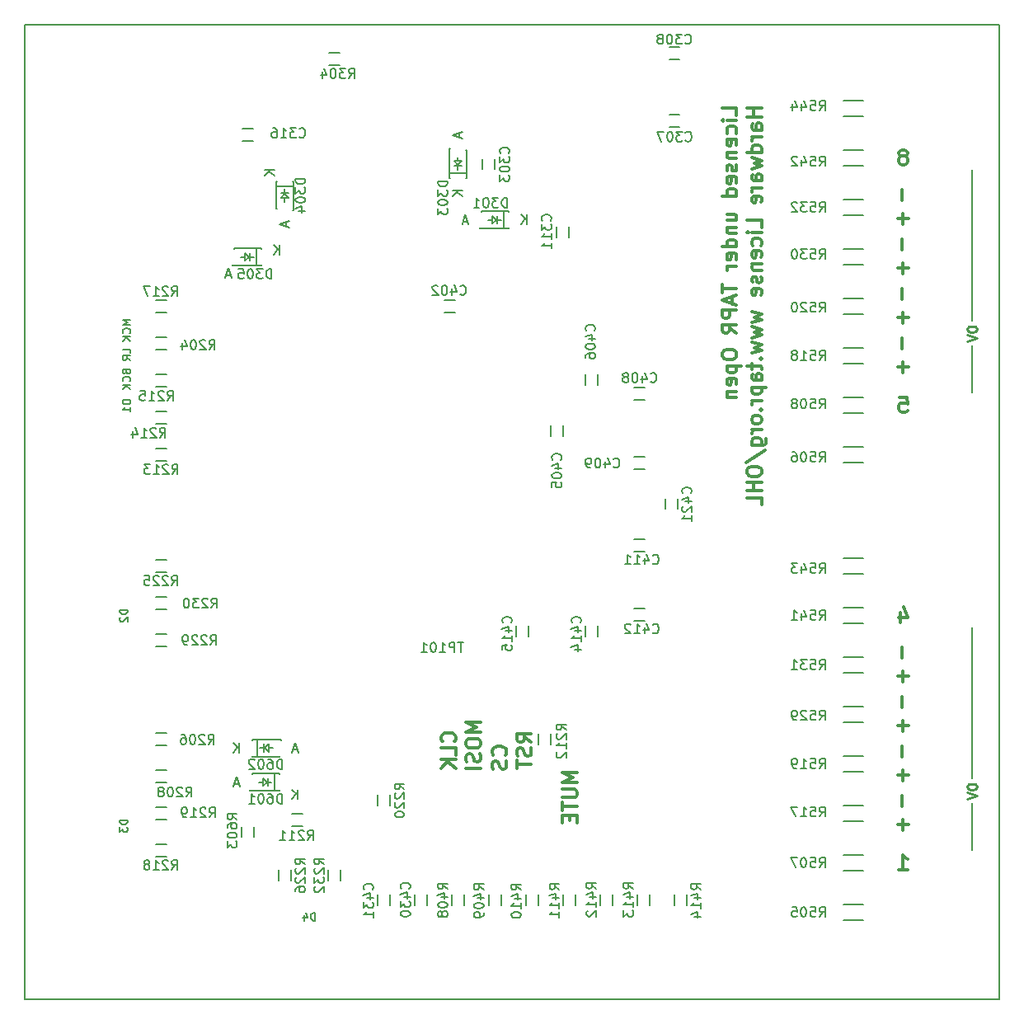
<source format=gbo>
G04 #@! TF.GenerationSoftware,KiCad,Pcbnew,(5.1.0)-1*
G04 #@! TF.CreationDate,2019-04-03T21:41:51+01:00*
G04 #@! TF.ProjectId,DAC-AK4458-1.0,4441432d-414b-4343-9435-382d312e302e,1.0*
G04 #@! TF.SameCoordinates,PX6422c40PY8f0d180*
G04 #@! TF.FileFunction,Legend,Bot*
G04 #@! TF.FilePolarity,Positive*
%FSLAX46Y46*%
G04 Gerber Fmt 4.6, Leading zero omitted, Abs format (unit mm)*
G04 Created by KiCad (PCBNEW (5.1.0)-1) date 2019-04-03 21:41:51*
%MOMM*%
%LPD*%
G04 APERTURE LIST*
%ADD10C,0.300000*%
%ADD11C,0.150000*%
%ADD12C,0.250000*%
%ADD13C,0.200000*%
G04 APERTURE END LIST*
D10*
X56678571Y23235715D02*
X55178571Y23235715D01*
X56250000Y22735715D01*
X55178571Y22235715D01*
X56678571Y22235715D01*
X55178571Y21521429D02*
X56392857Y21521429D01*
X56535714Y21450000D01*
X56607142Y21378572D01*
X56678571Y21235715D01*
X56678571Y20950000D01*
X56607142Y20807143D01*
X56535714Y20735715D01*
X56392857Y20664286D01*
X55178571Y20664286D01*
X55178571Y20164286D02*
X55178571Y19307143D01*
X56678571Y19735715D02*
X55178571Y19735715D01*
X55892857Y18807143D02*
X55892857Y18307143D01*
X56678571Y18092858D02*
X56678571Y18807143D01*
X55178571Y18807143D01*
X55178571Y18092858D01*
X51986571Y26348429D02*
X51272285Y26848429D01*
X51986571Y27205572D02*
X50486571Y27205572D01*
X50486571Y26634143D01*
X50558000Y26491286D01*
X50629428Y26419858D01*
X50772285Y26348429D01*
X50986571Y26348429D01*
X51129428Y26419858D01*
X51200857Y26491286D01*
X51272285Y26634143D01*
X51272285Y27205572D01*
X51915142Y25777000D02*
X51986571Y25562715D01*
X51986571Y25205572D01*
X51915142Y25062715D01*
X51843714Y24991286D01*
X51700857Y24919858D01*
X51558000Y24919858D01*
X51415142Y24991286D01*
X51343714Y25062715D01*
X51272285Y25205572D01*
X51200857Y25491286D01*
X51129428Y25634143D01*
X51058000Y25705572D01*
X50915142Y25777000D01*
X50772285Y25777000D01*
X50629428Y25705572D01*
X50558000Y25634143D01*
X50486571Y25491286D01*
X50486571Y25134143D01*
X50558000Y24919858D01*
X50486571Y24491286D02*
X50486571Y23634143D01*
X51986571Y24062715D02*
X50486571Y24062715D01*
X44096714Y26419858D02*
X44168142Y26491286D01*
X44239571Y26705572D01*
X44239571Y26848429D01*
X44168142Y27062715D01*
X44025285Y27205572D01*
X43882428Y27277000D01*
X43596714Y27348429D01*
X43382428Y27348429D01*
X43096714Y27277000D01*
X42953857Y27205572D01*
X42811000Y27062715D01*
X42739571Y26848429D01*
X42739571Y26705572D01*
X42811000Y26491286D01*
X42882428Y26419858D01*
X44239571Y25062715D02*
X44239571Y25777000D01*
X42739571Y25777000D01*
X44239571Y24562715D02*
X42739571Y24562715D01*
X44239571Y23705572D02*
X43382428Y24348429D01*
X42739571Y23705572D02*
X43596714Y24562715D01*
X49303714Y25015000D02*
X49375142Y25086429D01*
X49446571Y25300715D01*
X49446571Y25443572D01*
X49375142Y25657858D01*
X49232285Y25800715D01*
X49089428Y25872143D01*
X48803714Y25943572D01*
X48589428Y25943572D01*
X48303714Y25872143D01*
X48160857Y25800715D01*
X48018000Y25657858D01*
X47946571Y25443572D01*
X47946571Y25300715D01*
X48018000Y25086429D01*
X48089428Y25015000D01*
X49375142Y24443572D02*
X49446571Y24229286D01*
X49446571Y23872143D01*
X49375142Y23729286D01*
X49303714Y23657858D01*
X49160857Y23586429D01*
X49018000Y23586429D01*
X48875142Y23657858D01*
X48803714Y23729286D01*
X48732285Y23872143D01*
X48660857Y24157858D01*
X48589428Y24300715D01*
X48518000Y24372143D01*
X48375142Y24443572D01*
X48232285Y24443572D01*
X48089428Y24372143D01*
X48018000Y24300715D01*
X47946571Y24157858D01*
X47946571Y23800715D01*
X48018000Y23586429D01*
X46779571Y28392143D02*
X45279571Y28392143D01*
X46351000Y27892143D01*
X45279571Y27392143D01*
X46779571Y27392143D01*
X45279571Y26392143D02*
X45279571Y26106429D01*
X45351000Y25963572D01*
X45493857Y25820715D01*
X45779571Y25749286D01*
X46279571Y25749286D01*
X46565285Y25820715D01*
X46708142Y25963572D01*
X46779571Y26106429D01*
X46779571Y26392143D01*
X46708142Y26535000D01*
X46565285Y26677858D01*
X46279571Y26749286D01*
X45779571Y26749286D01*
X45493857Y26677858D01*
X45351000Y26535000D01*
X45279571Y26392143D01*
X46708142Y25177858D02*
X46779571Y24963572D01*
X46779571Y24606429D01*
X46708142Y24463572D01*
X46636714Y24392143D01*
X46493857Y24320715D01*
X46351000Y24320715D01*
X46208142Y24392143D01*
X46136714Y24463572D01*
X46065285Y24606429D01*
X45993857Y24892143D01*
X45922428Y25035000D01*
X45851000Y25106429D01*
X45708142Y25177858D01*
X45565285Y25177858D01*
X45422428Y25106429D01*
X45351000Y25035000D01*
X45279571Y24892143D01*
X45279571Y24535000D01*
X45351000Y24320715D01*
X46779571Y23677858D02*
X45279571Y23677858D01*
D11*
X97282000Y67084144D02*
X97282000Y62258144D01*
D12*
X96734380Y68830335D02*
X96734380Y68735097D01*
X96782000Y68639859D01*
X96829619Y68592240D01*
X96924857Y68544621D01*
X97115333Y68497002D01*
X97353428Y68497002D01*
X97543904Y68544621D01*
X97639142Y68592240D01*
X97686761Y68639859D01*
X97734380Y68735097D01*
X97734380Y68830335D01*
X97686761Y68925573D01*
X97639142Y68973192D01*
X97543904Y69020811D01*
X97353428Y69068430D01*
X97115333Y69068430D01*
X96924857Y69020811D01*
X96829619Y68973192D01*
X96782000Y68925573D01*
X96734380Y68830335D01*
X96734380Y68211287D02*
X97734380Y67877954D01*
X96734380Y67544621D01*
D11*
X97282000Y69624144D02*
X97282000Y85118144D01*
D10*
X89884285Y39691429D02*
X89884285Y38691429D01*
X90241428Y40262858D02*
X90598571Y39191429D01*
X89670000Y39191429D01*
X90062857Y34988572D02*
X90062857Y36131429D01*
X89741428Y13291429D02*
X90598571Y13291429D01*
X90170000Y13291429D02*
X90170000Y14791429D01*
X90312857Y14577143D01*
X90455714Y14434286D01*
X90598571Y14362858D01*
X90062857Y19748572D02*
X90062857Y20891429D01*
X89598571Y22967143D02*
X90741428Y22967143D01*
X90170000Y23538572D02*
X90170000Y22395715D01*
X89598571Y17887143D02*
X90741428Y17887143D01*
X90170000Y18458572D02*
X90170000Y17315715D01*
X89598571Y28047143D02*
X90741428Y28047143D01*
X90170000Y28618572D02*
X90170000Y27475715D01*
X90062857Y24828572D02*
X90062857Y25971429D01*
X89598571Y33127143D02*
X90741428Y33127143D01*
X90170000Y33698572D02*
X90170000Y32555715D01*
X90062857Y29908572D02*
X90062857Y31051429D01*
X73063571Y90733572D02*
X73063571Y91447858D01*
X71563571Y91447858D01*
X73063571Y90233572D02*
X72063571Y90233572D01*
X71563571Y90233572D02*
X71635000Y90305000D01*
X71706428Y90233572D01*
X71635000Y90162143D01*
X71563571Y90233572D01*
X71706428Y90233572D01*
X72992142Y88876429D02*
X73063571Y89019286D01*
X73063571Y89305000D01*
X72992142Y89447858D01*
X72920714Y89519286D01*
X72777857Y89590715D01*
X72349285Y89590715D01*
X72206428Y89519286D01*
X72135000Y89447858D01*
X72063571Y89305000D01*
X72063571Y89019286D01*
X72135000Y88876429D01*
X72992142Y87662143D02*
X73063571Y87805000D01*
X73063571Y88090715D01*
X72992142Y88233572D01*
X72849285Y88305000D01*
X72277857Y88305000D01*
X72135000Y88233572D01*
X72063571Y88090715D01*
X72063571Y87805000D01*
X72135000Y87662143D01*
X72277857Y87590715D01*
X72420714Y87590715D01*
X72563571Y88305000D01*
X72063571Y86947858D02*
X73063571Y86947858D01*
X72206428Y86947858D02*
X72135000Y86876429D01*
X72063571Y86733572D01*
X72063571Y86519286D01*
X72135000Y86376429D01*
X72277857Y86305000D01*
X73063571Y86305000D01*
X72992142Y85662143D02*
X73063571Y85519286D01*
X73063571Y85233572D01*
X72992142Y85090715D01*
X72849285Y85019286D01*
X72777857Y85019286D01*
X72635000Y85090715D01*
X72563571Y85233572D01*
X72563571Y85447858D01*
X72492142Y85590715D01*
X72349285Y85662143D01*
X72277857Y85662143D01*
X72135000Y85590715D01*
X72063571Y85447858D01*
X72063571Y85233572D01*
X72135000Y85090715D01*
X72992142Y83805000D02*
X73063571Y83947858D01*
X73063571Y84233572D01*
X72992142Y84376429D01*
X72849285Y84447858D01*
X72277857Y84447858D01*
X72135000Y84376429D01*
X72063571Y84233572D01*
X72063571Y83947858D01*
X72135000Y83805000D01*
X72277857Y83733572D01*
X72420714Y83733572D01*
X72563571Y84447858D01*
X73063571Y82447858D02*
X71563571Y82447858D01*
X72992142Y82447858D02*
X73063571Y82590715D01*
X73063571Y82876429D01*
X72992142Y83019286D01*
X72920714Y83090715D01*
X72777857Y83162143D01*
X72349285Y83162143D01*
X72206428Y83090715D01*
X72135000Y83019286D01*
X72063571Y82876429D01*
X72063571Y82590715D01*
X72135000Y82447858D01*
X72063571Y79947858D02*
X73063571Y79947858D01*
X72063571Y80590715D02*
X72849285Y80590715D01*
X72992142Y80519286D01*
X73063571Y80376429D01*
X73063571Y80162143D01*
X72992142Y80019286D01*
X72920714Y79947858D01*
X72063571Y79233572D02*
X73063571Y79233572D01*
X72206428Y79233572D02*
X72135000Y79162143D01*
X72063571Y79019286D01*
X72063571Y78805000D01*
X72135000Y78662143D01*
X72277857Y78590715D01*
X73063571Y78590715D01*
X73063571Y77233572D02*
X71563571Y77233572D01*
X72992142Y77233572D02*
X73063571Y77376429D01*
X73063571Y77662143D01*
X72992142Y77805000D01*
X72920714Y77876429D01*
X72777857Y77947858D01*
X72349285Y77947858D01*
X72206428Y77876429D01*
X72135000Y77805000D01*
X72063571Y77662143D01*
X72063571Y77376429D01*
X72135000Y77233572D01*
X72992142Y75947858D02*
X73063571Y76090715D01*
X73063571Y76376429D01*
X72992142Y76519286D01*
X72849285Y76590715D01*
X72277857Y76590715D01*
X72135000Y76519286D01*
X72063571Y76376429D01*
X72063571Y76090715D01*
X72135000Y75947858D01*
X72277857Y75876429D01*
X72420714Y75876429D01*
X72563571Y76590715D01*
X73063571Y75233572D02*
X72063571Y75233572D01*
X72349285Y75233572D02*
X72206428Y75162143D01*
X72135000Y75090715D01*
X72063571Y74947858D01*
X72063571Y74805000D01*
X71563571Y73376429D02*
X71563571Y72519286D01*
X73063571Y72947858D02*
X71563571Y72947858D01*
X72635000Y72090715D02*
X72635000Y71376429D01*
X73063571Y72233572D02*
X71563571Y71733572D01*
X73063571Y71233572D01*
X73063571Y70733572D02*
X71563571Y70733572D01*
X71563571Y70162143D01*
X71635000Y70019286D01*
X71706428Y69947858D01*
X71849285Y69876429D01*
X72063571Y69876429D01*
X72206428Y69947858D01*
X72277857Y70019286D01*
X72349285Y70162143D01*
X72349285Y70733572D01*
X73063571Y68376429D02*
X72349285Y68876429D01*
X73063571Y69233572D02*
X71563571Y69233572D01*
X71563571Y68662143D01*
X71635000Y68519286D01*
X71706428Y68447858D01*
X71849285Y68376429D01*
X72063571Y68376429D01*
X72206428Y68447858D01*
X72277857Y68519286D01*
X72349285Y68662143D01*
X72349285Y69233572D01*
X71563571Y66305000D02*
X71563571Y66019286D01*
X71635000Y65876429D01*
X71777857Y65733572D01*
X72063571Y65662143D01*
X72563571Y65662143D01*
X72849285Y65733572D01*
X72992142Y65876429D01*
X73063571Y66019286D01*
X73063571Y66305000D01*
X72992142Y66447858D01*
X72849285Y66590715D01*
X72563571Y66662143D01*
X72063571Y66662143D01*
X71777857Y66590715D01*
X71635000Y66447858D01*
X71563571Y66305000D01*
X72063571Y65019286D02*
X73563571Y65019286D01*
X72135000Y65019286D02*
X72063571Y64876429D01*
X72063571Y64590715D01*
X72135000Y64447858D01*
X72206428Y64376429D01*
X72349285Y64305000D01*
X72777857Y64305000D01*
X72920714Y64376429D01*
X72992142Y64447858D01*
X73063571Y64590715D01*
X73063571Y64876429D01*
X72992142Y65019286D01*
X72992142Y63090715D02*
X73063571Y63233572D01*
X73063571Y63519286D01*
X72992142Y63662143D01*
X72849285Y63733572D01*
X72277857Y63733572D01*
X72135000Y63662143D01*
X72063571Y63519286D01*
X72063571Y63233572D01*
X72135000Y63090715D01*
X72277857Y63019286D01*
X72420714Y63019286D01*
X72563571Y63733572D01*
X72063571Y62376429D02*
X73063571Y62376429D01*
X72206428Y62376429D02*
X72135000Y62305000D01*
X72063571Y62162143D01*
X72063571Y61947858D01*
X72135000Y61805000D01*
X72277857Y61733572D01*
X73063571Y61733572D01*
X75613571Y91447858D02*
X74113571Y91447858D01*
X74827857Y91447858D02*
X74827857Y90590715D01*
X75613571Y90590715D02*
X74113571Y90590715D01*
X75613571Y89233572D02*
X74827857Y89233572D01*
X74685000Y89305000D01*
X74613571Y89447858D01*
X74613571Y89733572D01*
X74685000Y89876429D01*
X75542142Y89233572D02*
X75613571Y89376429D01*
X75613571Y89733572D01*
X75542142Y89876429D01*
X75399285Y89947858D01*
X75256428Y89947858D01*
X75113571Y89876429D01*
X75042142Y89733572D01*
X75042142Y89376429D01*
X74970714Y89233572D01*
X75613571Y88519286D02*
X74613571Y88519286D01*
X74899285Y88519286D02*
X74756428Y88447858D01*
X74685000Y88376429D01*
X74613571Y88233572D01*
X74613571Y88090715D01*
X75613571Y86947858D02*
X74113571Y86947858D01*
X75542142Y86947858D02*
X75613571Y87090715D01*
X75613571Y87376429D01*
X75542142Y87519286D01*
X75470714Y87590715D01*
X75327857Y87662143D01*
X74899285Y87662143D01*
X74756428Y87590715D01*
X74685000Y87519286D01*
X74613571Y87376429D01*
X74613571Y87090715D01*
X74685000Y86947858D01*
X74613571Y86376429D02*
X75613571Y86090715D01*
X74899285Y85805000D01*
X75613571Y85519286D01*
X74613571Y85233572D01*
X75613571Y84019286D02*
X74827857Y84019286D01*
X74685000Y84090715D01*
X74613571Y84233572D01*
X74613571Y84519286D01*
X74685000Y84662143D01*
X75542142Y84019286D02*
X75613571Y84162143D01*
X75613571Y84519286D01*
X75542142Y84662143D01*
X75399285Y84733572D01*
X75256428Y84733572D01*
X75113571Y84662143D01*
X75042142Y84519286D01*
X75042142Y84162143D01*
X74970714Y84019286D01*
X75613571Y83305000D02*
X74613571Y83305000D01*
X74899285Y83305000D02*
X74756428Y83233572D01*
X74685000Y83162143D01*
X74613571Y83019286D01*
X74613571Y82876429D01*
X75542142Y81805000D02*
X75613571Y81947858D01*
X75613571Y82233572D01*
X75542142Y82376429D01*
X75399285Y82447858D01*
X74827857Y82447858D01*
X74685000Y82376429D01*
X74613571Y82233572D01*
X74613571Y81947858D01*
X74685000Y81805000D01*
X74827857Y81733572D01*
X74970714Y81733572D01*
X75113571Y82447858D01*
X75613571Y79233572D02*
X75613571Y79947858D01*
X74113571Y79947858D01*
X75613571Y78733572D02*
X74613571Y78733572D01*
X74113571Y78733572D02*
X74185000Y78805000D01*
X74256428Y78733572D01*
X74185000Y78662143D01*
X74113571Y78733572D01*
X74256428Y78733572D01*
X75542142Y77376429D02*
X75613571Y77519286D01*
X75613571Y77805000D01*
X75542142Y77947858D01*
X75470714Y78019286D01*
X75327857Y78090715D01*
X74899285Y78090715D01*
X74756428Y78019286D01*
X74685000Y77947858D01*
X74613571Y77805000D01*
X74613571Y77519286D01*
X74685000Y77376429D01*
X75542142Y76162143D02*
X75613571Y76305000D01*
X75613571Y76590715D01*
X75542142Y76733572D01*
X75399285Y76805000D01*
X74827857Y76805000D01*
X74685000Y76733572D01*
X74613571Y76590715D01*
X74613571Y76305000D01*
X74685000Y76162143D01*
X74827857Y76090715D01*
X74970714Y76090715D01*
X75113571Y76805000D01*
X74613571Y75447858D02*
X75613571Y75447858D01*
X74756428Y75447858D02*
X74685000Y75376429D01*
X74613571Y75233572D01*
X74613571Y75019286D01*
X74685000Y74876429D01*
X74827857Y74805000D01*
X75613571Y74805000D01*
X75542142Y74162143D02*
X75613571Y74019286D01*
X75613571Y73733572D01*
X75542142Y73590715D01*
X75399285Y73519286D01*
X75327857Y73519286D01*
X75185000Y73590715D01*
X75113571Y73733572D01*
X75113571Y73947858D01*
X75042142Y74090715D01*
X74899285Y74162143D01*
X74827857Y74162143D01*
X74685000Y74090715D01*
X74613571Y73947858D01*
X74613571Y73733572D01*
X74685000Y73590715D01*
X75542142Y72305000D02*
X75613571Y72447858D01*
X75613571Y72733572D01*
X75542142Y72876429D01*
X75399285Y72947858D01*
X74827857Y72947858D01*
X74685000Y72876429D01*
X74613571Y72733572D01*
X74613571Y72447858D01*
X74685000Y72305000D01*
X74827857Y72233572D01*
X74970714Y72233572D01*
X75113571Y72947858D01*
X74613571Y70590715D02*
X75613571Y70305000D01*
X74899285Y70019286D01*
X75613571Y69733572D01*
X74613571Y69447858D01*
X74613571Y69019286D02*
X75613571Y68733572D01*
X74899285Y68447858D01*
X75613571Y68162143D01*
X74613571Y67876429D01*
X74613571Y67447858D02*
X75613571Y67162143D01*
X74899285Y66876429D01*
X75613571Y66590715D01*
X74613571Y66305000D01*
X75470714Y65733572D02*
X75542142Y65662143D01*
X75613571Y65733572D01*
X75542142Y65805000D01*
X75470714Y65733572D01*
X75613571Y65733572D01*
X74613571Y65233572D02*
X74613571Y64662143D01*
X74113571Y65019286D02*
X75399285Y65019286D01*
X75542142Y64947858D01*
X75613571Y64805000D01*
X75613571Y64662143D01*
X75613571Y63519286D02*
X74827857Y63519286D01*
X74685000Y63590715D01*
X74613571Y63733572D01*
X74613571Y64019286D01*
X74685000Y64162143D01*
X75542142Y63519286D02*
X75613571Y63662143D01*
X75613571Y64019286D01*
X75542142Y64162143D01*
X75399285Y64233572D01*
X75256428Y64233572D01*
X75113571Y64162143D01*
X75042142Y64019286D01*
X75042142Y63662143D01*
X74970714Y63519286D01*
X74613571Y62805000D02*
X76113571Y62805000D01*
X74685000Y62805000D02*
X74613571Y62662143D01*
X74613571Y62376429D01*
X74685000Y62233572D01*
X74756428Y62162143D01*
X74899285Y62090715D01*
X75327857Y62090715D01*
X75470714Y62162143D01*
X75542142Y62233572D01*
X75613571Y62376429D01*
X75613571Y62662143D01*
X75542142Y62805000D01*
X75613571Y61447858D02*
X74613571Y61447858D01*
X74899285Y61447858D02*
X74756428Y61376429D01*
X74685000Y61305000D01*
X74613571Y61162143D01*
X74613571Y61019286D01*
X75470714Y60519286D02*
X75542142Y60447858D01*
X75613571Y60519286D01*
X75542142Y60590715D01*
X75470714Y60519286D01*
X75613571Y60519286D01*
X75613571Y59590715D02*
X75542142Y59733572D01*
X75470714Y59805000D01*
X75327857Y59876429D01*
X74899285Y59876429D01*
X74756428Y59805000D01*
X74685000Y59733572D01*
X74613571Y59590715D01*
X74613571Y59376429D01*
X74685000Y59233572D01*
X74756428Y59162143D01*
X74899285Y59090715D01*
X75327857Y59090715D01*
X75470714Y59162143D01*
X75542142Y59233572D01*
X75613571Y59376429D01*
X75613571Y59590715D01*
X75613571Y58447858D02*
X74613571Y58447858D01*
X74899285Y58447858D02*
X74756428Y58376429D01*
X74685000Y58305000D01*
X74613571Y58162143D01*
X74613571Y58019286D01*
X74613571Y56876429D02*
X75827857Y56876429D01*
X75970714Y56947858D01*
X76042142Y57019286D01*
X76113571Y57162143D01*
X76113571Y57376429D01*
X76042142Y57519286D01*
X75542142Y56876429D02*
X75613571Y57019286D01*
X75613571Y57305000D01*
X75542142Y57447858D01*
X75470714Y57519286D01*
X75327857Y57590715D01*
X74899285Y57590715D01*
X74756428Y57519286D01*
X74685000Y57447858D01*
X74613571Y57305000D01*
X74613571Y57019286D01*
X74685000Y56876429D01*
X74042142Y55090715D02*
X75970714Y56376429D01*
X74113571Y54305000D02*
X74113571Y54019286D01*
X74185000Y53876429D01*
X74327857Y53733572D01*
X74613571Y53662143D01*
X75113571Y53662143D01*
X75399285Y53733572D01*
X75542142Y53876429D01*
X75613571Y54019286D01*
X75613571Y54305000D01*
X75542142Y54447858D01*
X75399285Y54590715D01*
X75113571Y54662143D01*
X74613571Y54662143D01*
X74327857Y54590715D01*
X74185000Y54447858D01*
X74113571Y54305000D01*
X75613571Y53019286D02*
X74113571Y53019286D01*
X74827857Y53019286D02*
X74827857Y52162143D01*
X75613571Y52162143D02*
X74113571Y52162143D01*
X75613571Y50733572D02*
X75613571Y51447858D01*
X74113571Y51447858D01*
D13*
X10381857Y64412860D02*
X10419952Y64298574D01*
X10458047Y64260479D01*
X10534238Y64222383D01*
X10648523Y64222383D01*
X10724714Y64260479D01*
X10762809Y64298574D01*
X10800904Y64374764D01*
X10800904Y64679526D01*
X10000904Y64679526D01*
X10000904Y64412860D01*
X10039000Y64336669D01*
X10077095Y64298574D01*
X10153285Y64260479D01*
X10229476Y64260479D01*
X10305666Y64298574D01*
X10343761Y64336669D01*
X10381857Y64412860D01*
X10381857Y64679526D01*
X10724714Y63422383D02*
X10762809Y63460479D01*
X10800904Y63574764D01*
X10800904Y63650955D01*
X10762809Y63765241D01*
X10686619Y63841431D01*
X10610428Y63879526D01*
X10458047Y63917622D01*
X10343761Y63917622D01*
X10191380Y63879526D01*
X10115190Y63841431D01*
X10039000Y63765241D01*
X10000904Y63650955D01*
X10000904Y63574764D01*
X10039000Y63460479D01*
X10077095Y63422383D01*
X10800904Y63079526D02*
X10000904Y63079526D01*
X10800904Y62622383D02*
X10343761Y62965241D01*
X10000904Y62622383D02*
X10458047Y63079526D01*
X10800904Y69736669D02*
X10000904Y69736669D01*
X10572333Y69470002D01*
X10000904Y69203336D01*
X10800904Y69203336D01*
X10724714Y68365241D02*
X10762809Y68403336D01*
X10800904Y68517622D01*
X10800904Y68593812D01*
X10762809Y68708098D01*
X10686619Y68784288D01*
X10610428Y68822383D01*
X10458047Y68860479D01*
X10343761Y68860479D01*
X10191380Y68822383D01*
X10115190Y68784288D01*
X10039000Y68708098D01*
X10000904Y68593812D01*
X10000904Y68517622D01*
X10039000Y68403336D01*
X10077095Y68365241D01*
X10800904Y68022383D02*
X10000904Y68022383D01*
X10800904Y67565241D02*
X10343761Y67908098D01*
X10000904Y67565241D02*
X10458047Y68022383D01*
X10800904Y66322383D02*
X10800904Y66703336D01*
X10000904Y66703336D01*
X10800904Y65598574D02*
X10419952Y65865241D01*
X10800904Y66055717D02*
X10000904Y66055717D01*
X10000904Y65750955D01*
X10039000Y65674764D01*
X10077095Y65636669D01*
X10153285Y65598574D01*
X10267571Y65598574D01*
X10343761Y65636669D01*
X10381857Y65674764D01*
X10419952Y65750955D01*
X10419952Y66055717D01*
X10800904Y61510479D02*
X10000904Y61510479D01*
X10000904Y61320002D01*
X10039000Y61205717D01*
X10115190Y61129526D01*
X10191380Y61091431D01*
X10343761Y61053336D01*
X10458047Y61053336D01*
X10610428Y61091431D01*
X10686619Y61129526D01*
X10762809Y61205717D01*
X10800904Y61320002D01*
X10800904Y61510479D01*
X10800904Y60291431D02*
X10800904Y60748574D01*
X10800904Y60520002D02*
X10000904Y60520002D01*
X10115190Y60596193D01*
X10191380Y60672383D01*
X10229476Y60748574D01*
X10521904Y39960477D02*
X9721904Y39960477D01*
X9721904Y39770000D01*
X9760000Y39655715D01*
X9836190Y39579524D01*
X9912380Y39541429D01*
X10064761Y39503334D01*
X10179047Y39503334D01*
X10331428Y39541429D01*
X10407619Y39579524D01*
X10483809Y39655715D01*
X10521904Y39770000D01*
X10521904Y39960477D01*
X9798095Y39198572D02*
X9760000Y39160477D01*
X9721904Y39084286D01*
X9721904Y38893810D01*
X9760000Y38817620D01*
X9798095Y38779524D01*
X9874285Y38741429D01*
X9950476Y38741429D01*
X10064761Y38779524D01*
X10521904Y39236667D01*
X10521904Y38741429D01*
X10521904Y18370477D02*
X9721904Y18370477D01*
X9721904Y18180000D01*
X9760000Y18065715D01*
X9836190Y17989524D01*
X9912380Y17951429D01*
X10064761Y17913334D01*
X10179047Y17913334D01*
X10331428Y17951429D01*
X10407619Y17989524D01*
X10483809Y18065715D01*
X10521904Y18180000D01*
X10521904Y18370477D01*
X9721904Y17646667D02*
X9721904Y17151429D01*
X10026666Y17418096D01*
X10026666Y17303810D01*
X10064761Y17227620D01*
X10102857Y17189524D01*
X10179047Y17151429D01*
X10369523Y17151429D01*
X10445714Y17189524D01*
X10483809Y17227620D01*
X10521904Y17303810D01*
X10521904Y17532381D01*
X10483809Y17608572D01*
X10445714Y17646667D01*
X29790476Y8038096D02*
X29790476Y8838096D01*
X29600000Y8838096D01*
X29485714Y8800000D01*
X29409523Y8723810D01*
X29371428Y8647620D01*
X29333333Y8495239D01*
X29333333Y8380953D01*
X29371428Y8228572D01*
X29409523Y8152381D01*
X29485714Y8076191D01*
X29600000Y8038096D01*
X29790476Y8038096D01*
X28647619Y8571429D02*
X28647619Y8038096D01*
X28838095Y8876191D02*
X29028571Y8304762D01*
X28533333Y8304762D01*
D11*
X97282000Y22634144D02*
X97282000Y38128144D01*
X97282000Y20094144D02*
X97282000Y15268144D01*
D12*
X96734380Y21840335D02*
X96734380Y21745097D01*
X96782000Y21649859D01*
X96829619Y21602240D01*
X96924857Y21554621D01*
X97115333Y21507002D01*
X97353428Y21507002D01*
X97543904Y21554621D01*
X97639142Y21602240D01*
X97686761Y21649859D01*
X97734380Y21745097D01*
X97734380Y21840335D01*
X97686761Y21935573D01*
X97639142Y21983192D01*
X97543904Y22030811D01*
X97353428Y22078430D01*
X97115333Y22078430D01*
X96924857Y22030811D01*
X96829619Y21983192D01*
X96782000Y21935573D01*
X96734380Y21840335D01*
X96734380Y21221287D02*
X97734380Y20887954D01*
X96734380Y20554621D01*
D10*
X90312857Y86538572D02*
X90455714Y86610000D01*
X90527142Y86681429D01*
X90598571Y86824286D01*
X90598571Y86895715D01*
X90527142Y87038572D01*
X90455714Y87110000D01*
X90312857Y87181429D01*
X90027142Y87181429D01*
X89884285Y87110000D01*
X89812857Y87038572D01*
X89741428Y86895715D01*
X89741428Y86824286D01*
X89812857Y86681429D01*
X89884285Y86610000D01*
X90027142Y86538572D01*
X90312857Y86538572D01*
X90455714Y86467143D01*
X90527142Y86395715D01*
X90598571Y86252858D01*
X90598571Y85967143D01*
X90527142Y85824286D01*
X90455714Y85752858D01*
X90312857Y85681429D01*
X90027142Y85681429D01*
X89884285Y85752858D01*
X89812857Y85824286D01*
X89741428Y85967143D01*
X89741428Y86252858D01*
X89812857Y86395715D01*
X89884285Y86467143D01*
X90027142Y86538572D01*
X89812857Y61781429D02*
X90527142Y61781429D01*
X90598571Y61067143D01*
X90527142Y61138572D01*
X90384285Y61210000D01*
X90027142Y61210000D01*
X89884285Y61138572D01*
X89812857Y61067143D01*
X89741428Y60924286D01*
X89741428Y60567143D01*
X89812857Y60424286D01*
X89884285Y60352858D01*
X90027142Y60281429D01*
X90384285Y60281429D01*
X90527142Y60352858D01*
X90598571Y60424286D01*
X89598571Y75037143D02*
X90741428Y75037143D01*
X90170000Y75608572D02*
X90170000Y74465715D01*
X90062857Y76898572D02*
X90062857Y78041429D01*
X89598571Y80117143D02*
X90741428Y80117143D01*
X90170000Y80688572D02*
X90170000Y79545715D01*
X90062857Y81978572D02*
X90062857Y83121429D01*
X89598571Y64877143D02*
X90741428Y64877143D01*
X90170000Y65448572D02*
X90170000Y64305715D01*
X90062857Y66738572D02*
X90062857Y67881429D01*
X89598571Y69957143D02*
X90741428Y69957143D01*
X90170000Y70528572D02*
X90170000Y69385715D01*
X90062857Y71818572D02*
X90062857Y72961429D01*
D11*
X100000000Y0D02*
X0Y0D01*
X100000000Y100000000D02*
X100000000Y0D01*
X0Y100000000D02*
X100000000Y100000000D01*
X0Y0D02*
X0Y100000000D01*
X52705000Y26670000D02*
X52705000Y26136600D01*
X52705000Y26670000D02*
X52705000Y27203400D01*
X53975000Y26670000D02*
X53975000Y26136600D01*
X53975000Y26670000D02*
X53975000Y27203400D01*
X13970000Y18415000D02*
X14503400Y18415000D01*
X13970000Y18415000D02*
X13436600Y18415000D01*
X13970000Y19685000D02*
X14503400Y19685000D01*
X13970000Y19685000D02*
X13436600Y19685000D01*
X25770000Y83450000D02*
X27570000Y83450000D01*
X26670000Y82750000D02*
X26670000Y83150000D01*
X26670000Y82250000D02*
X26670000Y81850000D01*
X26270000Y82750000D02*
X27070000Y82750000D01*
X27070000Y82250000D02*
X26670000Y82650000D01*
X26270000Y82250000D02*
X27070000Y82250000D01*
X26670000Y82650000D02*
X26270000Y82250000D01*
X27570000Y80950000D02*
X27470000Y80950000D01*
X27570000Y83950000D02*
X27570000Y80950000D01*
X27470000Y83950000D02*
X27570000Y83950000D01*
X25770000Y81150000D02*
X25870000Y81150000D01*
X25770000Y82550000D02*
X25770000Y81150000D01*
X25770000Y83950000D02*
X25870000Y83950000D01*
X25770000Y82550000D02*
X25770000Y83950000D01*
X85090000Y90627200D02*
X86106000Y90627200D01*
X85090000Y90627200D02*
X84074000Y90627200D01*
X85090000Y92252800D02*
X84074000Y92252800D01*
X85090000Y92252800D02*
X86106000Y92252800D01*
X85090000Y85547200D02*
X86106000Y85547200D01*
X85090000Y85547200D02*
X84074000Y85547200D01*
X85090000Y87172800D02*
X84074000Y87172800D01*
X85090000Y87172800D02*
X86106000Y87172800D01*
X85090000Y80467200D02*
X86106000Y80467200D01*
X85090000Y80467200D02*
X84074000Y80467200D01*
X85090000Y82092800D02*
X84074000Y82092800D01*
X85090000Y82092800D02*
X86106000Y82092800D01*
X85090000Y75387200D02*
X86106000Y75387200D01*
X85090000Y75387200D02*
X84074000Y75387200D01*
X85090000Y77012800D02*
X84074000Y77012800D01*
X85090000Y77012800D02*
X86106000Y77012800D01*
X85090000Y70307200D02*
X86106000Y70307200D01*
X85090000Y70307200D02*
X84074000Y70307200D01*
X85090000Y71932800D02*
X84074000Y71932800D01*
X85090000Y71932800D02*
X86106000Y71932800D01*
X85090000Y65227200D02*
X86106000Y65227200D01*
X85090000Y65227200D02*
X84074000Y65227200D01*
X85090000Y66852800D02*
X84074000Y66852800D01*
X85090000Y66852800D02*
X86106000Y66852800D01*
X85090000Y60147200D02*
X86106000Y60147200D01*
X85090000Y60147200D02*
X84074000Y60147200D01*
X85090000Y61772800D02*
X84074000Y61772800D01*
X85090000Y61772800D02*
X86106000Y61772800D01*
X85090000Y55067200D02*
X86106000Y55067200D01*
X85090000Y55067200D02*
X84074000Y55067200D01*
X85090000Y56692800D02*
X84074000Y56692800D01*
X85090000Y56692800D02*
X86106000Y56692800D01*
X85090000Y43637200D02*
X86106000Y43637200D01*
X85090000Y43637200D02*
X84074000Y43637200D01*
X85090000Y45262800D02*
X84074000Y45262800D01*
X85090000Y45262800D02*
X86106000Y45262800D01*
X85090000Y38557200D02*
X86106000Y38557200D01*
X85090000Y38557200D02*
X84074000Y38557200D01*
X85090000Y40182800D02*
X84074000Y40182800D01*
X85090000Y40182800D02*
X86106000Y40182800D01*
X85090000Y33477200D02*
X86106000Y33477200D01*
X85090000Y33477200D02*
X84074000Y33477200D01*
X85090000Y35102800D02*
X84074000Y35102800D01*
X85090000Y35102800D02*
X86106000Y35102800D01*
X85090000Y28397200D02*
X86106000Y28397200D01*
X85090000Y28397200D02*
X84074000Y28397200D01*
X85090000Y30022800D02*
X84074000Y30022800D01*
X85090000Y30022800D02*
X86106000Y30022800D01*
X85090000Y23317200D02*
X86106000Y23317200D01*
X85090000Y23317200D02*
X84074000Y23317200D01*
X85090000Y24942800D02*
X84074000Y24942800D01*
X85090000Y24942800D02*
X86106000Y24942800D01*
X85090000Y18237200D02*
X86106000Y18237200D01*
X85090000Y18237200D02*
X84074000Y18237200D01*
X85090000Y19862800D02*
X84074000Y19862800D01*
X85090000Y19862800D02*
X86106000Y19862800D01*
X59055000Y10160000D02*
X59055000Y9626600D01*
X59055000Y10160000D02*
X59055000Y10693400D01*
X60325000Y10160000D02*
X60325000Y9626600D01*
X60325000Y10160000D02*
X60325000Y10693400D01*
X51435000Y10160000D02*
X51435000Y9626600D01*
X51435000Y10160000D02*
X51435000Y10693400D01*
X52705000Y10160000D02*
X52705000Y9626600D01*
X52705000Y10160000D02*
X52705000Y10693400D01*
X47625000Y10160000D02*
X47625000Y9626600D01*
X47625000Y10160000D02*
X47625000Y10693400D01*
X48895000Y10160000D02*
X48895000Y9626600D01*
X48895000Y10160000D02*
X48895000Y10693400D01*
X43815000Y10160000D02*
X43815000Y9626600D01*
X43815000Y10160000D02*
X43815000Y10693400D01*
X45085000Y10160000D02*
X45085000Y9626600D01*
X45085000Y10160000D02*
X45085000Y10693400D01*
X85090000Y13157200D02*
X86106000Y13157200D01*
X85090000Y13157200D02*
X84074000Y13157200D01*
X85090000Y14782800D02*
X84074000Y14782800D01*
X85090000Y14782800D02*
X86106000Y14782800D01*
X85090000Y8077200D02*
X86106000Y8077200D01*
X85090000Y8077200D02*
X84074000Y8077200D01*
X85090000Y9702800D02*
X84074000Y9702800D01*
X85090000Y9702800D02*
X86106000Y9702800D01*
X36195000Y20400000D02*
X36195000Y19866600D01*
X36195000Y20400000D02*
X36195000Y20933400D01*
X37465000Y20400000D02*
X37465000Y19866600D01*
X37465000Y20400000D02*
X37465000Y20933400D01*
X32385000Y12700000D02*
X32385000Y13233400D01*
X32385000Y12700000D02*
X32385000Y12166600D01*
X31115000Y12700000D02*
X31115000Y13233400D01*
X31115000Y12700000D02*
X31115000Y12166600D01*
X13970000Y62865000D02*
X14503400Y62865000D01*
X13970000Y62865000D02*
X13436600Y62865000D01*
X13970000Y64135000D02*
X14503400Y64135000D01*
X13970000Y64135000D02*
X13436600Y64135000D01*
X13970000Y59055000D02*
X14503400Y59055000D01*
X13970000Y59055000D02*
X13436600Y59055000D01*
X13970000Y60325000D02*
X14503400Y60325000D01*
X13970000Y60325000D02*
X13436600Y60325000D01*
X13970000Y40005000D02*
X14503400Y40005000D01*
X13970000Y40005000D02*
X13436600Y40005000D01*
X13970000Y41275000D02*
X14503400Y41275000D01*
X13970000Y41275000D02*
X13436600Y41275000D01*
X13970000Y67945000D02*
X13436600Y67945000D01*
X13970000Y67945000D02*
X14503400Y67945000D01*
X13970000Y66675000D02*
X13436600Y66675000D01*
X13970000Y66675000D02*
X14503400Y66675000D01*
X43600000Y70465000D02*
X44133400Y70465000D01*
X43600000Y70465000D02*
X43066600Y70465000D01*
X43600000Y71735000D02*
X44133400Y71735000D01*
X43600000Y71735000D02*
X43066600Y71735000D01*
X66992500Y50843000D02*
X66992500Y51376400D01*
X66992500Y50843000D02*
X66992500Y50309600D01*
X65722500Y50843000D02*
X65722500Y51376400D01*
X65722500Y50843000D02*
X65722500Y50309600D01*
X22860000Y88065000D02*
X23393400Y88065000D01*
X22860000Y88065000D02*
X22326600Y88065000D01*
X22860000Y89335000D02*
X23393400Y89335000D01*
X22860000Y89335000D02*
X22326600Y89335000D01*
X66675000Y97735000D02*
X66141600Y97735000D01*
X66675000Y97735000D02*
X67208400Y97735000D01*
X66675000Y96465000D02*
X66141600Y96465000D01*
X66675000Y96465000D02*
X67208400Y96465000D01*
X13970000Y45085000D02*
X13436600Y45085000D01*
X13970000Y45085000D02*
X14503400Y45085000D01*
X13970000Y43815000D02*
X13436600Y43815000D01*
X13970000Y43815000D02*
X14503400Y43815000D01*
X13970000Y70485000D02*
X14503400Y70485000D01*
X13970000Y70485000D02*
X13436600Y70485000D01*
X13970000Y71755000D02*
X14503400Y71755000D01*
X13970000Y71755000D02*
X13436600Y71755000D01*
X26035000Y12700000D02*
X26035000Y12166600D01*
X26035000Y12700000D02*
X26035000Y13233400D01*
X27305000Y12700000D02*
X27305000Y12166600D01*
X27305000Y12700000D02*
X27305000Y13233400D01*
X13970000Y27305000D02*
X13436600Y27305000D01*
X13970000Y27305000D02*
X14503400Y27305000D01*
X13970000Y26035000D02*
X13436600Y26035000D01*
X13970000Y26035000D02*
X14503400Y26035000D01*
X13970000Y23495000D02*
X13436600Y23495000D01*
X13970000Y23495000D02*
X14503400Y23495000D01*
X13970000Y22225000D02*
X13436600Y22225000D01*
X13970000Y22225000D02*
X14503400Y22225000D01*
X66675000Y90805000D02*
X66141600Y90805000D01*
X66675000Y90805000D02*
X67208400Y90805000D01*
X66675000Y89535000D02*
X66141600Y89535000D01*
X66675000Y89535000D02*
X67208400Y89535000D01*
X55880000Y78740000D02*
X55880000Y79273400D01*
X55880000Y78740000D02*
X55880000Y78206600D01*
X54610000Y78740000D02*
X54610000Y79273400D01*
X54610000Y78740000D02*
X54610000Y78206600D01*
X49160000Y80910000D02*
X49160000Y79110000D01*
X48460000Y80010000D02*
X48860000Y80010000D01*
X47960000Y80010000D02*
X47560000Y80010000D01*
X48460000Y80410000D02*
X48460000Y79610000D01*
X47960000Y79610000D02*
X48360000Y80010000D01*
X47960000Y80410000D02*
X47960000Y79610000D01*
X48360000Y80010000D02*
X47960000Y80410000D01*
X46660000Y79110000D02*
X46660000Y79210000D01*
X49660000Y79110000D02*
X46660000Y79110000D01*
X49660000Y79210000D02*
X49660000Y79110000D01*
X46860000Y80910000D02*
X46860000Y80810000D01*
X48260000Y80910000D02*
X46860000Y80910000D01*
X49660000Y80910000D02*
X49660000Y80810000D01*
X48260000Y80910000D02*
X49660000Y80910000D01*
X23760000Y77100000D02*
X23760000Y75300000D01*
X23060000Y76200000D02*
X23460000Y76200000D01*
X22560000Y76200000D02*
X22160000Y76200000D01*
X23060000Y76600000D02*
X23060000Y75800000D01*
X22560000Y75800000D02*
X22960000Y76200000D01*
X22560000Y76600000D02*
X22560000Y75800000D01*
X22960000Y76200000D02*
X22560000Y76600000D01*
X21260000Y75300000D02*
X21260000Y75400000D01*
X24260000Y75300000D02*
X21260000Y75300000D01*
X24260000Y75400000D02*
X24260000Y75300000D01*
X21460000Y77100000D02*
X21460000Y77000000D01*
X22860000Y77100000D02*
X21460000Y77100000D01*
X24260000Y77100000D02*
X24260000Y77000000D01*
X22860000Y77100000D02*
X24260000Y77100000D01*
X45350000Y84825000D02*
X43550000Y84825000D01*
X44450000Y85525000D02*
X44450000Y85125000D01*
X44450000Y86025000D02*
X44450000Y86425000D01*
X44850000Y85525000D02*
X44050000Y85525000D01*
X44050000Y86025000D02*
X44450000Y85625000D01*
X44850000Y86025000D02*
X44050000Y86025000D01*
X44450000Y85625000D02*
X44850000Y86025000D01*
X43550000Y87325000D02*
X43650000Y87325000D01*
X43550000Y84325000D02*
X43550000Y87325000D01*
X43650000Y84325000D02*
X43550000Y84325000D01*
X45350000Y87125000D02*
X45250000Y87125000D01*
X45350000Y85725000D02*
X45350000Y87125000D01*
X45350000Y84325000D02*
X45250000Y84325000D01*
X45350000Y85725000D02*
X45350000Y84325000D01*
X31750000Y95885000D02*
X32283400Y95885000D01*
X31750000Y95885000D02*
X31216600Y95885000D01*
X31750000Y97155000D02*
X32283400Y97155000D01*
X31750000Y97155000D02*
X31216600Y97155000D01*
X27940000Y19050000D02*
X27406600Y19050000D01*
X27940000Y19050000D02*
X28473400Y19050000D01*
X27940000Y17780000D02*
X27406600Y17780000D01*
X27940000Y17780000D02*
X28473400Y17780000D01*
X55245000Y58356500D02*
X55245000Y58889900D01*
X55245000Y58356500D02*
X55245000Y57823100D01*
X53975000Y58356500D02*
X53975000Y58889900D01*
X53975000Y58356500D02*
X53975000Y57823100D01*
X57531000Y63584000D02*
X57531000Y63050600D01*
X57531000Y63584000D02*
X57531000Y64117400D01*
X58801000Y63584000D02*
X58801000Y63050600D01*
X58801000Y63584000D02*
X58801000Y64117400D01*
X63076000Y62801500D02*
X62542600Y62801500D01*
X63076000Y62801500D02*
X63609400Y62801500D01*
X63076000Y61531500D02*
X62542600Y61531500D01*
X63076000Y61531500D02*
X63609400Y61531500D01*
X63076000Y55689500D02*
X62542600Y55689500D01*
X63076000Y55689500D02*
X63609400Y55689500D01*
X63076000Y54419500D02*
X62542600Y54419500D01*
X63076000Y54419500D02*
X63609400Y54419500D01*
X41275000Y10160000D02*
X41275000Y10693400D01*
X41275000Y10160000D02*
X41275000Y9626600D01*
X40005000Y10160000D02*
X40005000Y10693400D01*
X40005000Y10160000D02*
X40005000Y9626600D01*
X37465000Y10160000D02*
X37465000Y10693400D01*
X37465000Y10160000D02*
X37465000Y9626600D01*
X36195000Y10160000D02*
X36195000Y10693400D01*
X36195000Y10160000D02*
X36195000Y9626600D01*
X23495000Y17145000D02*
X23495000Y17678400D01*
X23495000Y17145000D02*
X23495000Y16611600D01*
X22225000Y17145000D02*
X22225000Y17678400D01*
X22225000Y17145000D02*
X22225000Y16611600D01*
X46990000Y85725000D02*
X46990000Y85191600D01*
X46990000Y85725000D02*
X46990000Y86258400D01*
X48260000Y85725000D02*
X48260000Y85191600D01*
X48260000Y85725000D02*
X48260000Y86258400D01*
X13970000Y14605000D02*
X14503400Y14605000D01*
X13970000Y14605000D02*
X13436600Y14605000D01*
X13970000Y15875000D02*
X14503400Y15875000D01*
X13970000Y15875000D02*
X13436600Y15875000D01*
X13970000Y36195000D02*
X14503400Y36195000D01*
X13970000Y36195000D02*
X13436600Y36195000D01*
X13970000Y37465000D02*
X14503400Y37465000D01*
X13970000Y37465000D02*
X13436600Y37465000D01*
X13970000Y55245000D02*
X14503400Y55245000D01*
X13970000Y55245000D02*
X13436600Y55245000D01*
X13970000Y56515000D02*
X14503400Y56515000D01*
X13970000Y56515000D02*
X13436600Y56515000D01*
X63076000Y47244000D02*
X62542600Y47244000D01*
X63076000Y47244000D02*
X63609400Y47244000D01*
X63076000Y45974000D02*
X62542600Y45974000D01*
X63076000Y45974000D02*
X63609400Y45974000D01*
X63076000Y40132000D02*
X62542600Y40132000D01*
X63076000Y40132000D02*
X63609400Y40132000D01*
X63076000Y38862000D02*
X62542600Y38862000D01*
X63076000Y38862000D02*
X63609400Y38862000D01*
X58801000Y37762000D02*
X58801000Y38295400D01*
X58801000Y37762000D02*
X58801000Y37228600D01*
X57531000Y37762000D02*
X57531000Y38295400D01*
X57531000Y37762000D02*
X57531000Y37228600D01*
X51689000Y37762000D02*
X51689000Y38295400D01*
X51689000Y37762000D02*
X51689000Y37228600D01*
X50419000Y37762000D02*
X50419000Y38295400D01*
X50419000Y37762000D02*
X50419000Y37228600D01*
X25615000Y23165000D02*
X25615000Y21365000D01*
X24915000Y22265000D02*
X25315000Y22265000D01*
X24415000Y22265000D02*
X24015000Y22265000D01*
X24915000Y22665000D02*
X24915000Y21865000D01*
X24415000Y21865000D02*
X24815000Y22265000D01*
X24415000Y22665000D02*
X24415000Y21865000D01*
X24815000Y22265000D02*
X24415000Y22665000D01*
X23115000Y21365000D02*
X23115000Y21465000D01*
X26115000Y21365000D02*
X23115000Y21365000D01*
X26115000Y21465000D02*
X26115000Y21365000D01*
X23315000Y23165000D02*
X23315000Y23065000D01*
X24715000Y23165000D02*
X23315000Y23165000D01*
X26115000Y23165000D02*
X26115000Y23065000D01*
X24715000Y23165000D02*
X26115000Y23165000D01*
X55245000Y10160000D02*
X55245000Y9626600D01*
X55245000Y10160000D02*
X55245000Y10693400D01*
X56515000Y10160000D02*
X56515000Y9626600D01*
X56515000Y10160000D02*
X56515000Y10693400D01*
X62865000Y10160000D02*
X62865000Y9626600D01*
X62865000Y10160000D02*
X62865000Y10693400D01*
X64135000Y10160000D02*
X64135000Y9626600D01*
X64135000Y10160000D02*
X64135000Y10693400D01*
X66675000Y10160000D02*
X66675000Y9626600D01*
X66675000Y10160000D02*
X66675000Y10693400D01*
X67945000Y10160000D02*
X67945000Y9626600D01*
X67945000Y10160000D02*
X67945000Y10693400D01*
X23815000Y24865000D02*
X23815000Y26665000D01*
X24515000Y25765000D02*
X24115000Y25765000D01*
X25015000Y25765000D02*
X25415000Y25765000D01*
X24515000Y25365000D02*
X24515000Y26165000D01*
X25015000Y26165000D02*
X24615000Y25765000D01*
X25015000Y25365000D02*
X25015000Y26165000D01*
X24615000Y25765000D02*
X25015000Y25365000D01*
X26315000Y26665000D02*
X26315000Y26565000D01*
X23315000Y26665000D02*
X26315000Y26665000D01*
X23315000Y26565000D02*
X23315000Y26665000D01*
X26115000Y24865000D02*
X26115000Y24965000D01*
X24715000Y24865000D02*
X26115000Y24865000D01*
X23315000Y24865000D02*
X23315000Y24965000D01*
X24715000Y24865000D02*
X23315000Y24865000D01*
X55552380Y27619048D02*
X55076190Y27952381D01*
X55552380Y28190477D02*
X54552380Y28190477D01*
X54552380Y27809524D01*
X54600000Y27714286D01*
X54647619Y27666667D01*
X54742857Y27619048D01*
X54885714Y27619048D01*
X54980952Y27666667D01*
X55028571Y27714286D01*
X55076190Y27809524D01*
X55076190Y28190477D01*
X54647619Y27238096D02*
X54600000Y27190477D01*
X54552380Y27095239D01*
X54552380Y26857143D01*
X54600000Y26761905D01*
X54647619Y26714286D01*
X54742857Y26666667D01*
X54838095Y26666667D01*
X54980952Y26714286D01*
X55552380Y27285715D01*
X55552380Y26666667D01*
X55552380Y25714286D02*
X55552380Y26285715D01*
X55552380Y26000000D02*
X54552380Y26000000D01*
X54695238Y26095239D01*
X54790476Y26190477D01*
X54838095Y26285715D01*
X54647619Y25333334D02*
X54600000Y25285715D01*
X54552380Y25190477D01*
X54552380Y24952381D01*
X54600000Y24857143D01*
X54647619Y24809524D01*
X54742857Y24761905D01*
X54838095Y24761905D01*
X54980952Y24809524D01*
X55552380Y25380953D01*
X55552380Y24761905D01*
X18919047Y18647620D02*
X19252380Y19123810D01*
X19490476Y18647620D02*
X19490476Y19647620D01*
X19109523Y19647620D01*
X19014285Y19600000D01*
X18966666Y19552381D01*
X18919047Y19457143D01*
X18919047Y19314286D01*
X18966666Y19219048D01*
X19014285Y19171429D01*
X19109523Y19123810D01*
X19490476Y19123810D01*
X18538095Y19552381D02*
X18490476Y19600000D01*
X18395238Y19647620D01*
X18157142Y19647620D01*
X18061904Y19600000D01*
X18014285Y19552381D01*
X17966666Y19457143D01*
X17966666Y19361905D01*
X18014285Y19219048D01*
X18585714Y18647620D01*
X17966666Y18647620D01*
X17014285Y18647620D02*
X17585714Y18647620D01*
X17300000Y18647620D02*
X17300000Y19647620D01*
X17395238Y19504762D01*
X17490476Y19409524D01*
X17585714Y19361905D01*
X16538095Y18647620D02*
X16347619Y18647620D01*
X16252380Y18695239D01*
X16204761Y18742858D01*
X16109523Y18885715D01*
X16061904Y19076191D01*
X16061904Y19457143D01*
X16109523Y19552381D01*
X16157142Y19600000D01*
X16252380Y19647620D01*
X16442857Y19647620D01*
X16538095Y19600000D01*
X16585714Y19552381D01*
X16633333Y19457143D01*
X16633333Y19219048D01*
X16585714Y19123810D01*
X16538095Y19076191D01*
X16442857Y19028572D01*
X16252380Y19028572D01*
X16157142Y19076191D01*
X16109523Y19123810D01*
X16061904Y19219048D01*
X28773380Y84240477D02*
X27773380Y84240477D01*
X27773380Y84002381D01*
X27821000Y83859524D01*
X27916238Y83764286D01*
X28011476Y83716667D01*
X28201952Y83669048D01*
X28344809Y83669048D01*
X28535285Y83716667D01*
X28630523Y83764286D01*
X28725761Y83859524D01*
X28773380Y84002381D01*
X28773380Y84240477D01*
X27773380Y83335715D02*
X27773380Y82716667D01*
X28154333Y83050000D01*
X28154333Y82907143D01*
X28201952Y82811905D01*
X28249571Y82764286D01*
X28344809Y82716667D01*
X28582904Y82716667D01*
X28678142Y82764286D01*
X28725761Y82811905D01*
X28773380Y82907143D01*
X28773380Y83192858D01*
X28725761Y83288096D01*
X28678142Y83335715D01*
X27773380Y82097620D02*
X27773380Y82002381D01*
X27821000Y81907143D01*
X27868619Y81859524D01*
X27963857Y81811905D01*
X28154333Y81764286D01*
X28392428Y81764286D01*
X28582904Y81811905D01*
X28678142Y81859524D01*
X28725761Y81907143D01*
X28773380Y82002381D01*
X28773380Y82097620D01*
X28725761Y82192858D01*
X28678142Y82240477D01*
X28582904Y82288096D01*
X28392428Y82335715D01*
X28154333Y82335715D01*
X27963857Y82288096D01*
X27868619Y82240477D01*
X27821000Y82192858D01*
X27773380Y82097620D01*
X28106714Y80907143D02*
X28773380Y80907143D01*
X27725761Y81145239D02*
X28440047Y81383334D01*
X28440047Y80764286D01*
X25598380Y85097905D02*
X24598380Y85097905D01*
X25598380Y84526477D02*
X25026952Y84955048D01*
X24598380Y84526477D02*
X25169809Y85097905D01*
X26836666Y79788096D02*
X26836666Y79311905D01*
X27122380Y79883334D02*
X26122380Y79550000D01*
X27122380Y79216667D01*
X81561047Y91241620D02*
X81894380Y91717810D01*
X82132476Y91241620D02*
X82132476Y92241620D01*
X81751523Y92241620D01*
X81656285Y92194000D01*
X81608666Y92146381D01*
X81561047Y92051143D01*
X81561047Y91908286D01*
X81608666Y91813048D01*
X81656285Y91765429D01*
X81751523Y91717810D01*
X82132476Y91717810D01*
X80656285Y92241620D02*
X81132476Y92241620D01*
X81180095Y91765429D01*
X81132476Y91813048D01*
X81037238Y91860667D01*
X80799142Y91860667D01*
X80703904Y91813048D01*
X80656285Y91765429D01*
X80608666Y91670191D01*
X80608666Y91432096D01*
X80656285Y91336858D01*
X80703904Y91289239D01*
X80799142Y91241620D01*
X81037238Y91241620D01*
X81132476Y91289239D01*
X81180095Y91336858D01*
X79751523Y91908286D02*
X79751523Y91241620D01*
X79989619Y92289239D02*
X80227714Y91574953D01*
X79608666Y91574953D01*
X78799142Y91908286D02*
X78799142Y91241620D01*
X79037238Y92289239D02*
X79275333Y91574953D01*
X78656285Y91574953D01*
X81561047Y85526620D02*
X81894380Y86002810D01*
X82132476Y85526620D02*
X82132476Y86526620D01*
X81751523Y86526620D01*
X81656285Y86479000D01*
X81608666Y86431381D01*
X81561047Y86336143D01*
X81561047Y86193286D01*
X81608666Y86098048D01*
X81656285Y86050429D01*
X81751523Y86002810D01*
X82132476Y86002810D01*
X80656285Y86526620D02*
X81132476Y86526620D01*
X81180095Y86050429D01*
X81132476Y86098048D01*
X81037238Y86145667D01*
X80799142Y86145667D01*
X80703904Y86098048D01*
X80656285Y86050429D01*
X80608666Y85955191D01*
X80608666Y85717096D01*
X80656285Y85621858D01*
X80703904Y85574239D01*
X80799142Y85526620D01*
X81037238Y85526620D01*
X81132476Y85574239D01*
X81180095Y85621858D01*
X79751523Y86193286D02*
X79751523Y85526620D01*
X79989619Y86574239D02*
X80227714Y85859953D01*
X79608666Y85859953D01*
X79275333Y86431381D02*
X79227714Y86479000D01*
X79132476Y86526620D01*
X78894380Y86526620D01*
X78799142Y86479000D01*
X78751523Y86431381D01*
X78703904Y86336143D01*
X78703904Y86240905D01*
X78751523Y86098048D01*
X79322952Y85526620D01*
X78703904Y85526620D01*
X81561047Y80827620D02*
X81894380Y81303810D01*
X82132476Y80827620D02*
X82132476Y81827620D01*
X81751523Y81827620D01*
X81656285Y81780000D01*
X81608666Y81732381D01*
X81561047Y81637143D01*
X81561047Y81494286D01*
X81608666Y81399048D01*
X81656285Y81351429D01*
X81751523Y81303810D01*
X82132476Y81303810D01*
X80656285Y81827620D02*
X81132476Y81827620D01*
X81180095Y81351429D01*
X81132476Y81399048D01*
X81037238Y81446667D01*
X80799142Y81446667D01*
X80703904Y81399048D01*
X80656285Y81351429D01*
X80608666Y81256191D01*
X80608666Y81018096D01*
X80656285Y80922858D01*
X80703904Y80875239D01*
X80799142Y80827620D01*
X81037238Y80827620D01*
X81132476Y80875239D01*
X81180095Y80922858D01*
X80275333Y81827620D02*
X79656285Y81827620D01*
X79989619Y81446667D01*
X79846761Y81446667D01*
X79751523Y81399048D01*
X79703904Y81351429D01*
X79656285Y81256191D01*
X79656285Y81018096D01*
X79703904Y80922858D01*
X79751523Y80875239D01*
X79846761Y80827620D01*
X80132476Y80827620D01*
X80227714Y80875239D01*
X80275333Y80922858D01*
X79275333Y81732381D02*
X79227714Y81780000D01*
X79132476Y81827620D01*
X78894380Y81827620D01*
X78799142Y81780000D01*
X78751523Y81732381D01*
X78703904Y81637143D01*
X78703904Y81541905D01*
X78751523Y81399048D01*
X79322952Y80827620D01*
X78703904Y80827620D01*
X81561047Y76001620D02*
X81894380Y76477810D01*
X82132476Y76001620D02*
X82132476Y77001620D01*
X81751523Y77001620D01*
X81656285Y76954000D01*
X81608666Y76906381D01*
X81561047Y76811143D01*
X81561047Y76668286D01*
X81608666Y76573048D01*
X81656285Y76525429D01*
X81751523Y76477810D01*
X82132476Y76477810D01*
X80656285Y77001620D02*
X81132476Y77001620D01*
X81180095Y76525429D01*
X81132476Y76573048D01*
X81037238Y76620667D01*
X80799142Y76620667D01*
X80703904Y76573048D01*
X80656285Y76525429D01*
X80608666Y76430191D01*
X80608666Y76192096D01*
X80656285Y76096858D01*
X80703904Y76049239D01*
X80799142Y76001620D01*
X81037238Y76001620D01*
X81132476Y76049239D01*
X81180095Y76096858D01*
X80275333Y77001620D02*
X79656285Y77001620D01*
X79989619Y76620667D01*
X79846761Y76620667D01*
X79751523Y76573048D01*
X79703904Y76525429D01*
X79656285Y76430191D01*
X79656285Y76192096D01*
X79703904Y76096858D01*
X79751523Y76049239D01*
X79846761Y76001620D01*
X80132476Y76001620D01*
X80227714Y76049239D01*
X80275333Y76096858D01*
X79037238Y77001620D02*
X78942000Y77001620D01*
X78846761Y76954000D01*
X78799142Y76906381D01*
X78751523Y76811143D01*
X78703904Y76620667D01*
X78703904Y76382572D01*
X78751523Y76192096D01*
X78799142Y76096858D01*
X78846761Y76049239D01*
X78942000Y76001620D01*
X79037238Y76001620D01*
X79132476Y76049239D01*
X79180095Y76096858D01*
X79227714Y76192096D01*
X79275333Y76382572D01*
X79275333Y76620667D01*
X79227714Y76811143D01*
X79180095Y76906381D01*
X79132476Y76954000D01*
X79037238Y77001620D01*
X81561047Y70540620D02*
X81894380Y71016810D01*
X82132476Y70540620D02*
X82132476Y71540620D01*
X81751523Y71540620D01*
X81656285Y71493000D01*
X81608666Y71445381D01*
X81561047Y71350143D01*
X81561047Y71207286D01*
X81608666Y71112048D01*
X81656285Y71064429D01*
X81751523Y71016810D01*
X82132476Y71016810D01*
X80656285Y71540620D02*
X81132476Y71540620D01*
X81180095Y71064429D01*
X81132476Y71112048D01*
X81037238Y71159667D01*
X80799142Y71159667D01*
X80703904Y71112048D01*
X80656285Y71064429D01*
X80608666Y70969191D01*
X80608666Y70731096D01*
X80656285Y70635858D01*
X80703904Y70588239D01*
X80799142Y70540620D01*
X81037238Y70540620D01*
X81132476Y70588239D01*
X81180095Y70635858D01*
X80227714Y71445381D02*
X80180095Y71493000D01*
X80084857Y71540620D01*
X79846761Y71540620D01*
X79751523Y71493000D01*
X79703904Y71445381D01*
X79656285Y71350143D01*
X79656285Y71254905D01*
X79703904Y71112048D01*
X80275333Y70540620D01*
X79656285Y70540620D01*
X79037238Y71540620D02*
X78942000Y71540620D01*
X78846761Y71493000D01*
X78799142Y71445381D01*
X78751523Y71350143D01*
X78703904Y71159667D01*
X78703904Y70921572D01*
X78751523Y70731096D01*
X78799142Y70635858D01*
X78846761Y70588239D01*
X78942000Y70540620D01*
X79037238Y70540620D01*
X79132476Y70588239D01*
X79180095Y70635858D01*
X79227714Y70731096D01*
X79275333Y70921572D01*
X79275333Y71159667D01*
X79227714Y71350143D01*
X79180095Y71445381D01*
X79132476Y71493000D01*
X79037238Y71540620D01*
X81561047Y65587620D02*
X81894380Y66063810D01*
X82132476Y65587620D02*
X82132476Y66587620D01*
X81751523Y66587620D01*
X81656285Y66540000D01*
X81608666Y66492381D01*
X81561047Y66397143D01*
X81561047Y66254286D01*
X81608666Y66159048D01*
X81656285Y66111429D01*
X81751523Y66063810D01*
X82132476Y66063810D01*
X80656285Y66587620D02*
X81132476Y66587620D01*
X81180095Y66111429D01*
X81132476Y66159048D01*
X81037238Y66206667D01*
X80799142Y66206667D01*
X80703904Y66159048D01*
X80656285Y66111429D01*
X80608666Y66016191D01*
X80608666Y65778096D01*
X80656285Y65682858D01*
X80703904Y65635239D01*
X80799142Y65587620D01*
X81037238Y65587620D01*
X81132476Y65635239D01*
X81180095Y65682858D01*
X79656285Y65587620D02*
X80227714Y65587620D01*
X79942000Y65587620D02*
X79942000Y66587620D01*
X80037238Y66444762D01*
X80132476Y66349524D01*
X80227714Y66301905D01*
X79084857Y66159048D02*
X79180095Y66206667D01*
X79227714Y66254286D01*
X79275333Y66349524D01*
X79275333Y66397143D01*
X79227714Y66492381D01*
X79180095Y66540000D01*
X79084857Y66587620D01*
X78894380Y66587620D01*
X78799142Y66540000D01*
X78751523Y66492381D01*
X78703904Y66397143D01*
X78703904Y66349524D01*
X78751523Y66254286D01*
X78799142Y66206667D01*
X78894380Y66159048D01*
X79084857Y66159048D01*
X79180095Y66111429D01*
X79227714Y66063810D01*
X79275333Y65968572D01*
X79275333Y65778096D01*
X79227714Y65682858D01*
X79180095Y65635239D01*
X79084857Y65587620D01*
X78894380Y65587620D01*
X78799142Y65635239D01*
X78751523Y65682858D01*
X78703904Y65778096D01*
X78703904Y65968572D01*
X78751523Y66063810D01*
X78799142Y66111429D01*
X78894380Y66159048D01*
X81561047Y60634620D02*
X81894380Y61110810D01*
X82132476Y60634620D02*
X82132476Y61634620D01*
X81751523Y61634620D01*
X81656285Y61587000D01*
X81608666Y61539381D01*
X81561047Y61444143D01*
X81561047Y61301286D01*
X81608666Y61206048D01*
X81656285Y61158429D01*
X81751523Y61110810D01*
X82132476Y61110810D01*
X80656285Y61634620D02*
X81132476Y61634620D01*
X81180095Y61158429D01*
X81132476Y61206048D01*
X81037238Y61253667D01*
X80799142Y61253667D01*
X80703904Y61206048D01*
X80656285Y61158429D01*
X80608666Y61063191D01*
X80608666Y60825096D01*
X80656285Y60729858D01*
X80703904Y60682239D01*
X80799142Y60634620D01*
X81037238Y60634620D01*
X81132476Y60682239D01*
X81180095Y60729858D01*
X79989619Y61634620D02*
X79894380Y61634620D01*
X79799142Y61587000D01*
X79751523Y61539381D01*
X79703904Y61444143D01*
X79656285Y61253667D01*
X79656285Y61015572D01*
X79703904Y60825096D01*
X79751523Y60729858D01*
X79799142Y60682239D01*
X79894380Y60634620D01*
X79989619Y60634620D01*
X80084857Y60682239D01*
X80132476Y60729858D01*
X80180095Y60825096D01*
X80227714Y61015572D01*
X80227714Y61253667D01*
X80180095Y61444143D01*
X80132476Y61539381D01*
X80084857Y61587000D01*
X79989619Y61634620D01*
X79084857Y61206048D02*
X79180095Y61253667D01*
X79227714Y61301286D01*
X79275333Y61396524D01*
X79275333Y61444143D01*
X79227714Y61539381D01*
X79180095Y61587000D01*
X79084857Y61634620D01*
X78894380Y61634620D01*
X78799142Y61587000D01*
X78751523Y61539381D01*
X78703904Y61444143D01*
X78703904Y61396524D01*
X78751523Y61301286D01*
X78799142Y61253667D01*
X78894380Y61206048D01*
X79084857Y61206048D01*
X79180095Y61158429D01*
X79227714Y61110810D01*
X79275333Y61015572D01*
X79275333Y60825096D01*
X79227714Y60729858D01*
X79180095Y60682239D01*
X79084857Y60634620D01*
X78894380Y60634620D01*
X78799142Y60682239D01*
X78751523Y60729858D01*
X78703904Y60825096D01*
X78703904Y61015572D01*
X78751523Y61110810D01*
X78799142Y61158429D01*
X78894380Y61206048D01*
X81561047Y55173620D02*
X81894380Y55649810D01*
X82132476Y55173620D02*
X82132476Y56173620D01*
X81751523Y56173620D01*
X81656285Y56126000D01*
X81608666Y56078381D01*
X81561047Y55983143D01*
X81561047Y55840286D01*
X81608666Y55745048D01*
X81656285Y55697429D01*
X81751523Y55649810D01*
X82132476Y55649810D01*
X80656285Y56173620D02*
X81132476Y56173620D01*
X81180095Y55697429D01*
X81132476Y55745048D01*
X81037238Y55792667D01*
X80799142Y55792667D01*
X80703904Y55745048D01*
X80656285Y55697429D01*
X80608666Y55602191D01*
X80608666Y55364096D01*
X80656285Y55268858D01*
X80703904Y55221239D01*
X80799142Y55173620D01*
X81037238Y55173620D01*
X81132476Y55221239D01*
X81180095Y55268858D01*
X79989619Y56173620D02*
X79894380Y56173620D01*
X79799142Y56126000D01*
X79751523Y56078381D01*
X79703904Y55983143D01*
X79656285Y55792667D01*
X79656285Y55554572D01*
X79703904Y55364096D01*
X79751523Y55268858D01*
X79799142Y55221239D01*
X79894380Y55173620D01*
X79989619Y55173620D01*
X80084857Y55221239D01*
X80132476Y55268858D01*
X80180095Y55364096D01*
X80227714Y55554572D01*
X80227714Y55792667D01*
X80180095Y55983143D01*
X80132476Y56078381D01*
X80084857Y56126000D01*
X79989619Y56173620D01*
X78799142Y56173620D02*
X78989619Y56173620D01*
X79084857Y56126000D01*
X79132476Y56078381D01*
X79227714Y55935524D01*
X79275333Y55745048D01*
X79275333Y55364096D01*
X79227714Y55268858D01*
X79180095Y55221239D01*
X79084857Y55173620D01*
X78894380Y55173620D01*
X78799142Y55221239D01*
X78751523Y55268858D01*
X78703904Y55364096D01*
X78703904Y55602191D01*
X78751523Y55697429D01*
X78799142Y55745048D01*
X78894380Y55792667D01*
X79084857Y55792667D01*
X79180095Y55745048D01*
X79227714Y55697429D01*
X79275333Y55602191D01*
X81561047Y43743620D02*
X81894380Y44219810D01*
X82132476Y43743620D02*
X82132476Y44743620D01*
X81751523Y44743620D01*
X81656285Y44696000D01*
X81608666Y44648381D01*
X81561047Y44553143D01*
X81561047Y44410286D01*
X81608666Y44315048D01*
X81656285Y44267429D01*
X81751523Y44219810D01*
X82132476Y44219810D01*
X80656285Y44743620D02*
X81132476Y44743620D01*
X81180095Y44267429D01*
X81132476Y44315048D01*
X81037238Y44362667D01*
X80799142Y44362667D01*
X80703904Y44315048D01*
X80656285Y44267429D01*
X80608666Y44172191D01*
X80608666Y43934096D01*
X80656285Y43838858D01*
X80703904Y43791239D01*
X80799142Y43743620D01*
X81037238Y43743620D01*
X81132476Y43791239D01*
X81180095Y43838858D01*
X79751523Y44410286D02*
X79751523Y43743620D01*
X79989619Y44791239D02*
X80227714Y44076953D01*
X79608666Y44076953D01*
X79322952Y44743620D02*
X78703904Y44743620D01*
X79037238Y44362667D01*
X78894380Y44362667D01*
X78799142Y44315048D01*
X78751523Y44267429D01*
X78703904Y44172191D01*
X78703904Y43934096D01*
X78751523Y43838858D01*
X78799142Y43791239D01*
X78894380Y43743620D01*
X79180095Y43743620D01*
X79275333Y43791239D01*
X79322952Y43838858D01*
X81561047Y38917620D02*
X81894380Y39393810D01*
X82132476Y38917620D02*
X82132476Y39917620D01*
X81751523Y39917620D01*
X81656285Y39870000D01*
X81608666Y39822381D01*
X81561047Y39727143D01*
X81561047Y39584286D01*
X81608666Y39489048D01*
X81656285Y39441429D01*
X81751523Y39393810D01*
X82132476Y39393810D01*
X80656285Y39917620D02*
X81132476Y39917620D01*
X81180095Y39441429D01*
X81132476Y39489048D01*
X81037238Y39536667D01*
X80799142Y39536667D01*
X80703904Y39489048D01*
X80656285Y39441429D01*
X80608666Y39346191D01*
X80608666Y39108096D01*
X80656285Y39012858D01*
X80703904Y38965239D01*
X80799142Y38917620D01*
X81037238Y38917620D01*
X81132476Y38965239D01*
X81180095Y39012858D01*
X79751523Y39584286D02*
X79751523Y38917620D01*
X79989619Y39965239D02*
X80227714Y39250953D01*
X79608666Y39250953D01*
X78703904Y38917620D02*
X79275333Y38917620D01*
X78989619Y38917620D02*
X78989619Y39917620D01*
X79084857Y39774762D01*
X79180095Y39679524D01*
X79275333Y39631905D01*
X81561047Y33837620D02*
X81894380Y34313810D01*
X82132476Y33837620D02*
X82132476Y34837620D01*
X81751523Y34837620D01*
X81656285Y34790000D01*
X81608666Y34742381D01*
X81561047Y34647143D01*
X81561047Y34504286D01*
X81608666Y34409048D01*
X81656285Y34361429D01*
X81751523Y34313810D01*
X82132476Y34313810D01*
X80656285Y34837620D02*
X81132476Y34837620D01*
X81180095Y34361429D01*
X81132476Y34409048D01*
X81037238Y34456667D01*
X80799142Y34456667D01*
X80703904Y34409048D01*
X80656285Y34361429D01*
X80608666Y34266191D01*
X80608666Y34028096D01*
X80656285Y33932858D01*
X80703904Y33885239D01*
X80799142Y33837620D01*
X81037238Y33837620D01*
X81132476Y33885239D01*
X81180095Y33932858D01*
X80275333Y34837620D02*
X79656285Y34837620D01*
X79989619Y34456667D01*
X79846761Y34456667D01*
X79751523Y34409048D01*
X79703904Y34361429D01*
X79656285Y34266191D01*
X79656285Y34028096D01*
X79703904Y33932858D01*
X79751523Y33885239D01*
X79846761Y33837620D01*
X80132476Y33837620D01*
X80227714Y33885239D01*
X80275333Y33932858D01*
X78703904Y33837620D02*
X79275333Y33837620D01*
X78989619Y33837620D02*
X78989619Y34837620D01*
X79084857Y34694762D01*
X79180095Y34599524D01*
X79275333Y34551905D01*
X81561047Y28630620D02*
X81894380Y29106810D01*
X82132476Y28630620D02*
X82132476Y29630620D01*
X81751523Y29630620D01*
X81656285Y29583000D01*
X81608666Y29535381D01*
X81561047Y29440143D01*
X81561047Y29297286D01*
X81608666Y29202048D01*
X81656285Y29154429D01*
X81751523Y29106810D01*
X82132476Y29106810D01*
X80656285Y29630620D02*
X81132476Y29630620D01*
X81180095Y29154429D01*
X81132476Y29202048D01*
X81037238Y29249667D01*
X80799142Y29249667D01*
X80703904Y29202048D01*
X80656285Y29154429D01*
X80608666Y29059191D01*
X80608666Y28821096D01*
X80656285Y28725858D01*
X80703904Y28678239D01*
X80799142Y28630620D01*
X81037238Y28630620D01*
X81132476Y28678239D01*
X81180095Y28725858D01*
X80227714Y29535381D02*
X80180095Y29583000D01*
X80084857Y29630620D01*
X79846761Y29630620D01*
X79751523Y29583000D01*
X79703904Y29535381D01*
X79656285Y29440143D01*
X79656285Y29344905D01*
X79703904Y29202048D01*
X80275333Y28630620D01*
X79656285Y28630620D01*
X79180095Y28630620D02*
X78989619Y28630620D01*
X78894380Y28678239D01*
X78846761Y28725858D01*
X78751523Y28868715D01*
X78703904Y29059191D01*
X78703904Y29440143D01*
X78751523Y29535381D01*
X78799142Y29583000D01*
X78894380Y29630620D01*
X79084857Y29630620D01*
X79180095Y29583000D01*
X79227714Y29535381D01*
X79275333Y29440143D01*
X79275333Y29202048D01*
X79227714Y29106810D01*
X79180095Y29059191D01*
X79084857Y29011572D01*
X78894380Y29011572D01*
X78799142Y29059191D01*
X78751523Y29106810D01*
X78703904Y29202048D01*
X81561047Y23677620D02*
X81894380Y24153810D01*
X82132476Y23677620D02*
X82132476Y24677620D01*
X81751523Y24677620D01*
X81656285Y24630000D01*
X81608666Y24582381D01*
X81561047Y24487143D01*
X81561047Y24344286D01*
X81608666Y24249048D01*
X81656285Y24201429D01*
X81751523Y24153810D01*
X82132476Y24153810D01*
X80656285Y24677620D02*
X81132476Y24677620D01*
X81180095Y24201429D01*
X81132476Y24249048D01*
X81037238Y24296667D01*
X80799142Y24296667D01*
X80703904Y24249048D01*
X80656285Y24201429D01*
X80608666Y24106191D01*
X80608666Y23868096D01*
X80656285Y23772858D01*
X80703904Y23725239D01*
X80799142Y23677620D01*
X81037238Y23677620D01*
X81132476Y23725239D01*
X81180095Y23772858D01*
X79656285Y23677620D02*
X80227714Y23677620D01*
X79942000Y23677620D02*
X79942000Y24677620D01*
X80037238Y24534762D01*
X80132476Y24439524D01*
X80227714Y24391905D01*
X79180095Y23677620D02*
X78989619Y23677620D01*
X78894380Y23725239D01*
X78846761Y23772858D01*
X78751523Y23915715D01*
X78703904Y24106191D01*
X78703904Y24487143D01*
X78751523Y24582381D01*
X78799142Y24630000D01*
X78894380Y24677620D01*
X79084857Y24677620D01*
X79180095Y24630000D01*
X79227714Y24582381D01*
X79275333Y24487143D01*
X79275333Y24249048D01*
X79227714Y24153810D01*
X79180095Y24106191D01*
X79084857Y24058572D01*
X78894380Y24058572D01*
X78799142Y24106191D01*
X78751523Y24153810D01*
X78703904Y24249048D01*
X81561047Y18724620D02*
X81894380Y19200810D01*
X82132476Y18724620D02*
X82132476Y19724620D01*
X81751523Y19724620D01*
X81656285Y19677000D01*
X81608666Y19629381D01*
X81561047Y19534143D01*
X81561047Y19391286D01*
X81608666Y19296048D01*
X81656285Y19248429D01*
X81751523Y19200810D01*
X82132476Y19200810D01*
X80656285Y19724620D02*
X81132476Y19724620D01*
X81180095Y19248429D01*
X81132476Y19296048D01*
X81037238Y19343667D01*
X80799142Y19343667D01*
X80703904Y19296048D01*
X80656285Y19248429D01*
X80608666Y19153191D01*
X80608666Y18915096D01*
X80656285Y18819858D01*
X80703904Y18772239D01*
X80799142Y18724620D01*
X81037238Y18724620D01*
X81132476Y18772239D01*
X81180095Y18819858D01*
X79656285Y18724620D02*
X80227714Y18724620D01*
X79942000Y18724620D02*
X79942000Y19724620D01*
X80037238Y19581762D01*
X80132476Y19486524D01*
X80227714Y19438905D01*
X79322952Y19724620D02*
X78656285Y19724620D01*
X79084857Y18724620D01*
X58652380Y11319048D02*
X58176190Y11652381D01*
X58652380Y11890477D02*
X57652380Y11890477D01*
X57652380Y11509524D01*
X57700000Y11414286D01*
X57747619Y11366667D01*
X57842857Y11319048D01*
X57985714Y11319048D01*
X58080952Y11366667D01*
X58128571Y11414286D01*
X58176190Y11509524D01*
X58176190Y11890477D01*
X57985714Y10461905D02*
X58652380Y10461905D01*
X57604761Y10700000D02*
X58319047Y10938096D01*
X58319047Y10319048D01*
X58652380Y9414286D02*
X58652380Y9985715D01*
X58652380Y9700000D02*
X57652380Y9700000D01*
X57795238Y9795239D01*
X57890476Y9890477D01*
X57938095Y9985715D01*
X57747619Y9033334D02*
X57700000Y8985715D01*
X57652380Y8890477D01*
X57652380Y8652381D01*
X57700000Y8557143D01*
X57747619Y8509524D01*
X57842857Y8461905D01*
X57938095Y8461905D01*
X58080952Y8509524D01*
X58652380Y9080953D01*
X58652380Y8461905D01*
X50922380Y11189048D02*
X50446190Y11522381D01*
X50922380Y11760477D02*
X49922380Y11760477D01*
X49922380Y11379524D01*
X49970000Y11284286D01*
X50017619Y11236667D01*
X50112857Y11189048D01*
X50255714Y11189048D01*
X50350952Y11236667D01*
X50398571Y11284286D01*
X50446190Y11379524D01*
X50446190Y11760477D01*
X50255714Y10331905D02*
X50922380Y10331905D01*
X49874761Y10570000D02*
X50589047Y10808096D01*
X50589047Y10189048D01*
X50922380Y9284286D02*
X50922380Y9855715D01*
X50922380Y9570000D02*
X49922380Y9570000D01*
X50065238Y9665239D01*
X50160476Y9760477D01*
X50208095Y9855715D01*
X49922380Y8665239D02*
X49922380Y8570000D01*
X49970000Y8474762D01*
X50017619Y8427143D01*
X50112857Y8379524D01*
X50303333Y8331905D01*
X50541428Y8331905D01*
X50731904Y8379524D01*
X50827142Y8427143D01*
X50874761Y8474762D01*
X50922380Y8570000D01*
X50922380Y8665239D01*
X50874761Y8760477D01*
X50827142Y8808096D01*
X50731904Y8855715D01*
X50541428Y8903334D01*
X50303333Y8903334D01*
X50112857Y8855715D01*
X50017619Y8808096D01*
X49970000Y8760477D01*
X49922380Y8665239D01*
X47086980Y11202848D02*
X46610790Y11536181D01*
X47086980Y11774277D02*
X46086980Y11774277D01*
X46086980Y11393324D01*
X46134600Y11298086D01*
X46182219Y11250467D01*
X46277457Y11202848D01*
X46420314Y11202848D01*
X46515552Y11250467D01*
X46563171Y11298086D01*
X46610790Y11393324D01*
X46610790Y11774277D01*
X46420314Y10345705D02*
X47086980Y10345705D01*
X46039361Y10583800D02*
X46753647Y10821896D01*
X46753647Y10202848D01*
X46086980Y9631420D02*
X46086980Y9536181D01*
X46134600Y9440943D01*
X46182219Y9393324D01*
X46277457Y9345705D01*
X46467933Y9298086D01*
X46706028Y9298086D01*
X46896504Y9345705D01*
X46991742Y9393324D01*
X47039361Y9440943D01*
X47086980Y9536181D01*
X47086980Y9631420D01*
X47039361Y9726658D01*
X46991742Y9774277D01*
X46896504Y9821896D01*
X46706028Y9869515D01*
X46467933Y9869515D01*
X46277457Y9821896D01*
X46182219Y9774277D01*
X46134600Y9726658D01*
X46086980Y9631420D01*
X47086980Y8821896D02*
X47086980Y8631420D01*
X47039361Y8536181D01*
X46991742Y8488562D01*
X46848885Y8393324D01*
X46658409Y8345705D01*
X46277457Y8345705D01*
X46182219Y8393324D01*
X46134600Y8440943D01*
X46086980Y8536181D01*
X46086980Y8726658D01*
X46134600Y8821896D01*
X46182219Y8869515D01*
X46277457Y8917134D01*
X46515552Y8917134D01*
X46610790Y8869515D01*
X46658409Y8821896D01*
X46706028Y8726658D01*
X46706028Y8536181D01*
X46658409Y8440943D01*
X46610790Y8393324D01*
X46515552Y8345705D01*
X43378380Y11279048D02*
X42902190Y11612381D01*
X43378380Y11850477D02*
X42378380Y11850477D01*
X42378380Y11469524D01*
X42426000Y11374286D01*
X42473619Y11326667D01*
X42568857Y11279048D01*
X42711714Y11279048D01*
X42806952Y11326667D01*
X42854571Y11374286D01*
X42902190Y11469524D01*
X42902190Y11850477D01*
X42711714Y10421905D02*
X43378380Y10421905D01*
X42330761Y10660000D02*
X43045047Y10898096D01*
X43045047Y10279048D01*
X42378380Y9707620D02*
X42378380Y9612381D01*
X42426000Y9517143D01*
X42473619Y9469524D01*
X42568857Y9421905D01*
X42759333Y9374286D01*
X42997428Y9374286D01*
X43187904Y9421905D01*
X43283142Y9469524D01*
X43330761Y9517143D01*
X43378380Y9612381D01*
X43378380Y9707620D01*
X43330761Y9802858D01*
X43283142Y9850477D01*
X43187904Y9898096D01*
X42997428Y9945715D01*
X42759333Y9945715D01*
X42568857Y9898096D01*
X42473619Y9850477D01*
X42426000Y9802858D01*
X42378380Y9707620D01*
X42806952Y8802858D02*
X42759333Y8898096D01*
X42711714Y8945715D01*
X42616476Y8993334D01*
X42568857Y8993334D01*
X42473619Y8945715D01*
X42426000Y8898096D01*
X42378380Y8802858D01*
X42378380Y8612381D01*
X42426000Y8517143D01*
X42473619Y8469524D01*
X42568857Y8421905D01*
X42616476Y8421905D01*
X42711714Y8469524D01*
X42759333Y8517143D01*
X42806952Y8612381D01*
X42806952Y8802858D01*
X42854571Y8898096D01*
X42902190Y8945715D01*
X42997428Y8993334D01*
X43187904Y8993334D01*
X43283142Y8945715D01*
X43330761Y8898096D01*
X43378380Y8802858D01*
X43378380Y8612381D01*
X43330761Y8517143D01*
X43283142Y8469524D01*
X43187904Y8421905D01*
X42997428Y8421905D01*
X42902190Y8469524D01*
X42854571Y8517143D01*
X42806952Y8612381D01*
X81561047Y13517620D02*
X81894380Y13993810D01*
X82132476Y13517620D02*
X82132476Y14517620D01*
X81751523Y14517620D01*
X81656285Y14470000D01*
X81608666Y14422381D01*
X81561047Y14327143D01*
X81561047Y14184286D01*
X81608666Y14089048D01*
X81656285Y14041429D01*
X81751523Y13993810D01*
X82132476Y13993810D01*
X80656285Y14517620D02*
X81132476Y14517620D01*
X81180095Y14041429D01*
X81132476Y14089048D01*
X81037238Y14136667D01*
X80799142Y14136667D01*
X80703904Y14089048D01*
X80656285Y14041429D01*
X80608666Y13946191D01*
X80608666Y13708096D01*
X80656285Y13612858D01*
X80703904Y13565239D01*
X80799142Y13517620D01*
X81037238Y13517620D01*
X81132476Y13565239D01*
X81180095Y13612858D01*
X79989619Y14517620D02*
X79894380Y14517620D01*
X79799142Y14470000D01*
X79751523Y14422381D01*
X79703904Y14327143D01*
X79656285Y14136667D01*
X79656285Y13898572D01*
X79703904Y13708096D01*
X79751523Y13612858D01*
X79799142Y13565239D01*
X79894380Y13517620D01*
X79989619Y13517620D01*
X80084857Y13565239D01*
X80132476Y13612858D01*
X80180095Y13708096D01*
X80227714Y13898572D01*
X80227714Y14136667D01*
X80180095Y14327143D01*
X80132476Y14422381D01*
X80084857Y14470000D01*
X79989619Y14517620D01*
X79322952Y14517620D02*
X78656285Y14517620D01*
X79084857Y13517620D01*
X81561047Y8437620D02*
X81894380Y8913810D01*
X82132476Y8437620D02*
X82132476Y9437620D01*
X81751523Y9437620D01*
X81656285Y9390000D01*
X81608666Y9342381D01*
X81561047Y9247143D01*
X81561047Y9104286D01*
X81608666Y9009048D01*
X81656285Y8961429D01*
X81751523Y8913810D01*
X82132476Y8913810D01*
X80656285Y9437620D02*
X81132476Y9437620D01*
X81180095Y8961429D01*
X81132476Y9009048D01*
X81037238Y9056667D01*
X80799142Y9056667D01*
X80703904Y9009048D01*
X80656285Y8961429D01*
X80608666Y8866191D01*
X80608666Y8628096D01*
X80656285Y8532858D01*
X80703904Y8485239D01*
X80799142Y8437620D01*
X81037238Y8437620D01*
X81132476Y8485239D01*
X81180095Y8532858D01*
X79989619Y9437620D02*
X79894380Y9437620D01*
X79799142Y9390000D01*
X79751523Y9342381D01*
X79703904Y9247143D01*
X79656285Y9056667D01*
X79656285Y8818572D01*
X79703904Y8628096D01*
X79751523Y8532858D01*
X79799142Y8485239D01*
X79894380Y8437620D01*
X79989619Y8437620D01*
X80084857Y8485239D01*
X80132476Y8532858D01*
X80180095Y8628096D01*
X80227714Y8818572D01*
X80227714Y9056667D01*
X80180095Y9247143D01*
X80132476Y9342381D01*
X80084857Y9390000D01*
X79989619Y9437620D01*
X78751523Y9437620D02*
X79227714Y9437620D01*
X79275333Y8961429D01*
X79227714Y9009048D01*
X79132476Y9056667D01*
X78894380Y9056667D01*
X78799142Y9009048D01*
X78751523Y8961429D01*
X78703904Y8866191D01*
X78703904Y8628096D01*
X78751523Y8532858D01*
X78799142Y8485239D01*
X78894380Y8437620D01*
X79132476Y8437620D01*
X79227714Y8485239D01*
X79275333Y8532858D01*
X38934432Y21515892D02*
X38458242Y21849225D01*
X38934432Y22087321D02*
X37934432Y22087321D01*
X37934432Y21706368D01*
X37982052Y21611130D01*
X38029671Y21563511D01*
X38124909Y21515892D01*
X38267766Y21515892D01*
X38363004Y21563511D01*
X38410623Y21611130D01*
X38458242Y21706368D01*
X38458242Y22087321D01*
X38029671Y21134940D02*
X37982052Y21087321D01*
X37934432Y20992083D01*
X37934432Y20753987D01*
X37982052Y20658749D01*
X38029671Y20611130D01*
X38124909Y20563511D01*
X38220147Y20563511D01*
X38363004Y20611130D01*
X38934432Y21182559D01*
X38934432Y20563511D01*
X38029671Y20182559D02*
X37982052Y20134940D01*
X37934432Y20039702D01*
X37934432Y19801606D01*
X37982052Y19706368D01*
X38029671Y19658749D01*
X38124909Y19611130D01*
X38220147Y19611130D01*
X38363004Y19658749D01*
X38934432Y20230178D01*
X38934432Y19611130D01*
X37934432Y18992083D02*
X37934432Y18896844D01*
X37982052Y18801606D01*
X38029671Y18753987D01*
X38124909Y18706368D01*
X38315385Y18658749D01*
X38553480Y18658749D01*
X38743956Y18706368D01*
X38839194Y18753987D01*
X38886813Y18801606D01*
X38934432Y18896844D01*
X38934432Y18992083D01*
X38886813Y19087321D01*
X38839194Y19134940D01*
X38743956Y19182559D01*
X38553480Y19230178D01*
X38315385Y19230178D01*
X38124909Y19182559D01*
X38029671Y19134940D01*
X37982052Y19087321D01*
X37934432Y18992083D01*
X30688380Y13819048D02*
X30212190Y14152381D01*
X30688380Y14390477D02*
X29688380Y14390477D01*
X29688380Y14009524D01*
X29736000Y13914286D01*
X29783619Y13866667D01*
X29878857Y13819048D01*
X30021714Y13819048D01*
X30116952Y13866667D01*
X30164571Y13914286D01*
X30212190Y14009524D01*
X30212190Y14390477D01*
X29783619Y13438096D02*
X29736000Y13390477D01*
X29688380Y13295239D01*
X29688380Y13057143D01*
X29736000Y12961905D01*
X29783619Y12914286D01*
X29878857Y12866667D01*
X29974095Y12866667D01*
X30116952Y12914286D01*
X30688380Y13485715D01*
X30688380Y12866667D01*
X29688380Y12533334D02*
X29688380Y11914286D01*
X30069333Y12247620D01*
X30069333Y12104762D01*
X30116952Y12009524D01*
X30164571Y11961905D01*
X30259809Y11914286D01*
X30497904Y11914286D01*
X30593142Y11961905D01*
X30640761Y12009524D01*
X30688380Y12104762D01*
X30688380Y12390477D01*
X30640761Y12485715D01*
X30593142Y12533334D01*
X29783619Y11533334D02*
X29736000Y11485715D01*
X29688380Y11390477D01*
X29688380Y11152381D01*
X29736000Y11057143D01*
X29783619Y11009524D01*
X29878857Y10961905D01*
X29974095Y10961905D01*
X30116952Y11009524D01*
X30688380Y11580953D01*
X30688380Y10961905D01*
X14619047Y61447620D02*
X14952380Y61923810D01*
X15190476Y61447620D02*
X15190476Y62447620D01*
X14809523Y62447620D01*
X14714285Y62400000D01*
X14666666Y62352381D01*
X14619047Y62257143D01*
X14619047Y62114286D01*
X14666666Y62019048D01*
X14714285Y61971429D01*
X14809523Y61923810D01*
X15190476Y61923810D01*
X14238095Y62352381D02*
X14190476Y62400000D01*
X14095238Y62447620D01*
X13857142Y62447620D01*
X13761904Y62400000D01*
X13714285Y62352381D01*
X13666666Y62257143D01*
X13666666Y62161905D01*
X13714285Y62019048D01*
X14285714Y61447620D01*
X13666666Y61447620D01*
X12714285Y61447620D02*
X13285714Y61447620D01*
X13000000Y61447620D02*
X13000000Y62447620D01*
X13095238Y62304762D01*
X13190476Y62209524D01*
X13285714Y62161905D01*
X11809523Y62447620D02*
X12285714Y62447620D01*
X12333333Y61971429D01*
X12285714Y62019048D01*
X12190476Y62066667D01*
X11952380Y62066667D01*
X11857142Y62019048D01*
X11809523Y61971429D01*
X11761904Y61876191D01*
X11761904Y61638096D01*
X11809523Y61542858D01*
X11857142Y61495239D01*
X11952380Y61447620D01*
X12190476Y61447620D01*
X12285714Y61495239D01*
X12333333Y61542858D01*
X13819047Y57647620D02*
X14152380Y58123810D01*
X14390476Y57647620D02*
X14390476Y58647620D01*
X14009523Y58647620D01*
X13914285Y58600000D01*
X13866666Y58552381D01*
X13819047Y58457143D01*
X13819047Y58314286D01*
X13866666Y58219048D01*
X13914285Y58171429D01*
X14009523Y58123810D01*
X14390476Y58123810D01*
X13438095Y58552381D02*
X13390476Y58600000D01*
X13295238Y58647620D01*
X13057142Y58647620D01*
X12961904Y58600000D01*
X12914285Y58552381D01*
X12866666Y58457143D01*
X12866666Y58361905D01*
X12914285Y58219048D01*
X13485714Y57647620D01*
X12866666Y57647620D01*
X11914285Y57647620D02*
X12485714Y57647620D01*
X12200000Y57647620D02*
X12200000Y58647620D01*
X12295238Y58504762D01*
X12390476Y58409524D01*
X12485714Y58361905D01*
X11057142Y58314286D02*
X11057142Y57647620D01*
X11295238Y58695239D02*
X11533333Y57980953D01*
X10914285Y57980953D01*
X19119047Y40147620D02*
X19452380Y40623810D01*
X19690476Y40147620D02*
X19690476Y41147620D01*
X19309523Y41147620D01*
X19214285Y41100000D01*
X19166666Y41052381D01*
X19119047Y40957143D01*
X19119047Y40814286D01*
X19166666Y40719048D01*
X19214285Y40671429D01*
X19309523Y40623810D01*
X19690476Y40623810D01*
X18738095Y41052381D02*
X18690476Y41100000D01*
X18595238Y41147620D01*
X18357142Y41147620D01*
X18261904Y41100000D01*
X18214285Y41052381D01*
X18166666Y40957143D01*
X18166666Y40861905D01*
X18214285Y40719048D01*
X18785714Y40147620D01*
X18166666Y40147620D01*
X17833333Y41147620D02*
X17214285Y41147620D01*
X17547619Y40766667D01*
X17404761Y40766667D01*
X17309523Y40719048D01*
X17261904Y40671429D01*
X17214285Y40576191D01*
X17214285Y40338096D01*
X17261904Y40242858D01*
X17309523Y40195239D01*
X17404761Y40147620D01*
X17690476Y40147620D01*
X17785714Y40195239D01*
X17833333Y40242858D01*
X16595238Y41147620D02*
X16500000Y41147620D01*
X16404761Y41100000D01*
X16357142Y41052381D01*
X16309523Y40957143D01*
X16261904Y40766667D01*
X16261904Y40528572D01*
X16309523Y40338096D01*
X16357142Y40242858D01*
X16404761Y40195239D01*
X16500000Y40147620D01*
X16595238Y40147620D01*
X16690476Y40195239D01*
X16738095Y40242858D01*
X16785714Y40338096D01*
X16833333Y40528572D01*
X16833333Y40766667D01*
X16785714Y40957143D01*
X16738095Y41052381D01*
X16690476Y41100000D01*
X16595238Y41147620D01*
X18899047Y66687620D02*
X19232380Y67163810D01*
X19470476Y66687620D02*
X19470476Y67687620D01*
X19089523Y67687620D01*
X18994285Y67640000D01*
X18946666Y67592381D01*
X18899047Y67497143D01*
X18899047Y67354286D01*
X18946666Y67259048D01*
X18994285Y67211429D01*
X19089523Y67163810D01*
X19470476Y67163810D01*
X18518095Y67592381D02*
X18470476Y67640000D01*
X18375238Y67687620D01*
X18137142Y67687620D01*
X18041904Y67640000D01*
X17994285Y67592381D01*
X17946666Y67497143D01*
X17946666Y67401905D01*
X17994285Y67259048D01*
X18565714Y66687620D01*
X17946666Y66687620D01*
X17327619Y67687620D02*
X17232380Y67687620D01*
X17137142Y67640000D01*
X17089523Y67592381D01*
X17041904Y67497143D01*
X16994285Y67306667D01*
X16994285Y67068572D01*
X17041904Y66878096D01*
X17089523Y66782858D01*
X17137142Y66735239D01*
X17232380Y66687620D01*
X17327619Y66687620D01*
X17422857Y66735239D01*
X17470476Y66782858D01*
X17518095Y66878096D01*
X17565714Y67068572D01*
X17565714Y67306667D01*
X17518095Y67497143D01*
X17470476Y67592381D01*
X17422857Y67640000D01*
X17327619Y67687620D01*
X16137142Y67354286D02*
X16137142Y66687620D01*
X16375238Y67735239D02*
X16613333Y67020953D01*
X15994285Y67020953D01*
X44679734Y72374655D02*
X44727353Y72327036D01*
X44870210Y72279417D01*
X44965448Y72279417D01*
X45108306Y72327036D01*
X45203544Y72422274D01*
X45251163Y72517512D01*
X45298782Y72707988D01*
X45298782Y72850845D01*
X45251163Y73041321D01*
X45203544Y73136559D01*
X45108306Y73231797D01*
X44965448Y73279417D01*
X44870210Y73279417D01*
X44727353Y73231797D01*
X44679734Y73184178D01*
X43822591Y72946083D02*
X43822591Y72279417D01*
X44060687Y73327036D02*
X44298782Y72612750D01*
X43679734Y72612750D01*
X43108306Y73279417D02*
X43013067Y73279417D01*
X42917829Y73231797D01*
X42870210Y73184178D01*
X42822591Y73088940D01*
X42774972Y72898464D01*
X42774972Y72660369D01*
X42822591Y72469893D01*
X42870210Y72374655D01*
X42917829Y72327036D01*
X43013067Y72279417D01*
X43108306Y72279417D01*
X43203544Y72327036D01*
X43251163Y72374655D01*
X43298782Y72469893D01*
X43346401Y72660369D01*
X43346401Y72898464D01*
X43298782Y73088940D01*
X43251163Y73184178D01*
X43203544Y73231797D01*
X43108306Y73279417D01*
X42394020Y73184178D02*
X42346401Y73231797D01*
X42251163Y73279417D01*
X42013067Y73279417D01*
X41917829Y73231797D01*
X41870210Y73184178D01*
X41822591Y73088940D01*
X41822591Y72993702D01*
X41870210Y72850845D01*
X42441639Y72279417D01*
X41822591Y72279417D01*
X68365642Y51919048D02*
X68413261Y51966667D01*
X68460880Y52109524D01*
X68460880Y52204762D01*
X68413261Y52347620D01*
X68318023Y52442858D01*
X68222785Y52490477D01*
X68032309Y52538096D01*
X67889452Y52538096D01*
X67698976Y52490477D01*
X67603738Y52442858D01*
X67508500Y52347620D01*
X67460880Y52204762D01*
X67460880Y52109524D01*
X67508500Y51966667D01*
X67556119Y51919048D01*
X67794214Y51061905D02*
X68460880Y51061905D01*
X67413261Y51300000D02*
X68127547Y51538096D01*
X68127547Y50919048D01*
X67556119Y50585715D02*
X67508500Y50538096D01*
X67460880Y50442858D01*
X67460880Y50204762D01*
X67508500Y50109524D01*
X67556119Y50061905D01*
X67651357Y50014286D01*
X67746595Y50014286D01*
X67889452Y50061905D01*
X68460880Y50633334D01*
X68460880Y50014286D01*
X68460880Y49061905D02*
X68460880Y49633334D01*
X68460880Y49347620D02*
X67460880Y49347620D01*
X67603738Y49442858D01*
X67698976Y49538096D01*
X67746595Y49633334D01*
X28170047Y88519858D02*
X28217666Y88472239D01*
X28360523Y88424620D01*
X28455761Y88424620D01*
X28598619Y88472239D01*
X28693857Y88567477D01*
X28741476Y88662715D01*
X28789095Y88853191D01*
X28789095Y88996048D01*
X28741476Y89186524D01*
X28693857Y89281762D01*
X28598619Y89377000D01*
X28455761Y89424620D01*
X28360523Y89424620D01*
X28217666Y89377000D01*
X28170047Y89329381D01*
X27836714Y89424620D02*
X27217666Y89424620D01*
X27551000Y89043667D01*
X27408142Y89043667D01*
X27312904Y88996048D01*
X27265285Y88948429D01*
X27217666Y88853191D01*
X27217666Y88615096D01*
X27265285Y88519858D01*
X27312904Y88472239D01*
X27408142Y88424620D01*
X27693857Y88424620D01*
X27789095Y88472239D01*
X27836714Y88519858D01*
X26265285Y88424620D02*
X26836714Y88424620D01*
X26551000Y88424620D02*
X26551000Y89424620D01*
X26646238Y89281762D01*
X26741476Y89186524D01*
X26836714Y89138905D01*
X25408142Y89424620D02*
X25598619Y89424620D01*
X25693857Y89377000D01*
X25741476Y89329381D01*
X25836714Y89186524D01*
X25884333Y88996048D01*
X25884333Y88615096D01*
X25836714Y88519858D01*
X25789095Y88472239D01*
X25693857Y88424620D01*
X25503380Y88424620D01*
X25408142Y88472239D01*
X25360523Y88519858D01*
X25312904Y88615096D01*
X25312904Y88853191D01*
X25360523Y88948429D01*
X25408142Y88996048D01*
X25503380Y89043667D01*
X25693857Y89043667D01*
X25789095Y88996048D01*
X25836714Y88948429D01*
X25884333Y88853191D01*
X67794047Y98142858D02*
X67841666Y98095239D01*
X67984523Y98047620D01*
X68079761Y98047620D01*
X68222619Y98095239D01*
X68317857Y98190477D01*
X68365476Y98285715D01*
X68413095Y98476191D01*
X68413095Y98619048D01*
X68365476Y98809524D01*
X68317857Y98904762D01*
X68222619Y99000000D01*
X68079761Y99047620D01*
X67984523Y99047620D01*
X67841666Y99000000D01*
X67794047Y98952381D01*
X67460714Y99047620D02*
X66841666Y99047620D01*
X67175000Y98666667D01*
X67032142Y98666667D01*
X66936904Y98619048D01*
X66889285Y98571429D01*
X66841666Y98476191D01*
X66841666Y98238096D01*
X66889285Y98142858D01*
X66936904Y98095239D01*
X67032142Y98047620D01*
X67317857Y98047620D01*
X67413095Y98095239D01*
X67460714Y98142858D01*
X66222619Y99047620D02*
X66127380Y99047620D01*
X66032142Y99000000D01*
X65984523Y98952381D01*
X65936904Y98857143D01*
X65889285Y98666667D01*
X65889285Y98428572D01*
X65936904Y98238096D01*
X65984523Y98142858D01*
X66032142Y98095239D01*
X66127380Y98047620D01*
X66222619Y98047620D01*
X66317857Y98095239D01*
X66365476Y98142858D01*
X66413095Y98238096D01*
X66460714Y98428572D01*
X66460714Y98666667D01*
X66413095Y98857143D01*
X66365476Y98952381D01*
X66317857Y99000000D01*
X66222619Y99047620D01*
X65317857Y98619048D02*
X65413095Y98666667D01*
X65460714Y98714286D01*
X65508333Y98809524D01*
X65508333Y98857143D01*
X65460714Y98952381D01*
X65413095Y99000000D01*
X65317857Y99047620D01*
X65127380Y99047620D01*
X65032142Y99000000D01*
X64984523Y98952381D01*
X64936904Y98857143D01*
X64936904Y98809524D01*
X64984523Y98714286D01*
X65032142Y98666667D01*
X65127380Y98619048D01*
X65317857Y98619048D01*
X65413095Y98571429D01*
X65460714Y98523810D01*
X65508333Y98428572D01*
X65508333Y98238096D01*
X65460714Y98142858D01*
X65413095Y98095239D01*
X65317857Y98047620D01*
X65127380Y98047620D01*
X65032142Y98095239D01*
X64984523Y98142858D01*
X64936904Y98238096D01*
X64936904Y98428572D01*
X64984523Y98523810D01*
X65032142Y98571429D01*
X65127380Y98619048D01*
X15060047Y42460620D02*
X15393380Y42936810D01*
X15631476Y42460620D02*
X15631476Y43460620D01*
X15250523Y43460620D01*
X15155285Y43413000D01*
X15107666Y43365381D01*
X15060047Y43270143D01*
X15060047Y43127286D01*
X15107666Y43032048D01*
X15155285Y42984429D01*
X15250523Y42936810D01*
X15631476Y42936810D01*
X14679095Y43365381D02*
X14631476Y43413000D01*
X14536238Y43460620D01*
X14298142Y43460620D01*
X14202904Y43413000D01*
X14155285Y43365381D01*
X14107666Y43270143D01*
X14107666Y43174905D01*
X14155285Y43032048D01*
X14726714Y42460620D01*
X14107666Y42460620D01*
X13726714Y43365381D02*
X13679095Y43413000D01*
X13583857Y43460620D01*
X13345761Y43460620D01*
X13250523Y43413000D01*
X13202904Y43365381D01*
X13155285Y43270143D01*
X13155285Y43174905D01*
X13202904Y43032048D01*
X13774333Y42460620D01*
X13155285Y42460620D01*
X12250523Y43460620D02*
X12726714Y43460620D01*
X12774333Y42984429D01*
X12726714Y43032048D01*
X12631476Y43079667D01*
X12393380Y43079667D01*
X12298142Y43032048D01*
X12250523Y42984429D01*
X12202904Y42889191D01*
X12202904Y42651096D01*
X12250523Y42555858D01*
X12298142Y42508239D01*
X12393380Y42460620D01*
X12631476Y42460620D01*
X12726714Y42508239D01*
X12774333Y42555858D01*
X15060047Y72178620D02*
X15393380Y72654810D01*
X15631476Y72178620D02*
X15631476Y73178620D01*
X15250523Y73178620D01*
X15155285Y73131000D01*
X15107666Y73083381D01*
X15060047Y72988143D01*
X15060047Y72845286D01*
X15107666Y72750048D01*
X15155285Y72702429D01*
X15250523Y72654810D01*
X15631476Y72654810D01*
X14679095Y73083381D02*
X14631476Y73131000D01*
X14536238Y73178620D01*
X14298142Y73178620D01*
X14202904Y73131000D01*
X14155285Y73083381D01*
X14107666Y72988143D01*
X14107666Y72892905D01*
X14155285Y72750048D01*
X14726714Y72178620D01*
X14107666Y72178620D01*
X13155285Y72178620D02*
X13726714Y72178620D01*
X13441000Y72178620D02*
X13441000Y73178620D01*
X13536238Y73035762D01*
X13631476Y72940524D01*
X13726714Y72892905D01*
X12821952Y73178620D02*
X12155285Y73178620D01*
X12583857Y72178620D01*
X28752380Y13819048D02*
X28276190Y14152381D01*
X28752380Y14390477D02*
X27752380Y14390477D01*
X27752380Y14009524D01*
X27800000Y13914286D01*
X27847619Y13866667D01*
X27942857Y13819048D01*
X28085714Y13819048D01*
X28180952Y13866667D01*
X28228571Y13914286D01*
X28276190Y14009524D01*
X28276190Y14390477D01*
X27847619Y13438096D02*
X27800000Y13390477D01*
X27752380Y13295239D01*
X27752380Y13057143D01*
X27800000Y12961905D01*
X27847619Y12914286D01*
X27942857Y12866667D01*
X28038095Y12866667D01*
X28180952Y12914286D01*
X28752380Y13485715D01*
X28752380Y12866667D01*
X27847619Y12485715D02*
X27800000Y12438096D01*
X27752380Y12342858D01*
X27752380Y12104762D01*
X27800000Y12009524D01*
X27847619Y11961905D01*
X27942857Y11914286D01*
X28038095Y11914286D01*
X28180952Y11961905D01*
X28752380Y12533334D01*
X28752380Y11914286D01*
X27752380Y11057143D02*
X27752380Y11247620D01*
X27800000Y11342858D01*
X27847619Y11390477D01*
X27990476Y11485715D01*
X28180952Y11533334D01*
X28561904Y11533334D01*
X28657142Y11485715D01*
X28704761Y11438096D01*
X28752380Y11342858D01*
X28752380Y11152381D01*
X28704761Y11057143D01*
X28657142Y11009524D01*
X28561904Y10961905D01*
X28323809Y10961905D01*
X28228571Y11009524D01*
X28180952Y11057143D01*
X28133333Y11152381D01*
X28133333Y11342858D01*
X28180952Y11438096D01*
X28228571Y11485715D01*
X28323809Y11533334D01*
X18819047Y26147620D02*
X19152380Y26623810D01*
X19390476Y26147620D02*
X19390476Y27147620D01*
X19009523Y27147620D01*
X18914285Y27100000D01*
X18866666Y27052381D01*
X18819047Y26957143D01*
X18819047Y26814286D01*
X18866666Y26719048D01*
X18914285Y26671429D01*
X19009523Y26623810D01*
X19390476Y26623810D01*
X18438095Y27052381D02*
X18390476Y27100000D01*
X18295238Y27147620D01*
X18057142Y27147620D01*
X17961904Y27100000D01*
X17914285Y27052381D01*
X17866666Y26957143D01*
X17866666Y26861905D01*
X17914285Y26719048D01*
X18485714Y26147620D01*
X17866666Y26147620D01*
X17247619Y27147620D02*
X17152380Y27147620D01*
X17057142Y27100000D01*
X17009523Y27052381D01*
X16961904Y26957143D01*
X16914285Y26766667D01*
X16914285Y26528572D01*
X16961904Y26338096D01*
X17009523Y26242858D01*
X17057142Y26195239D01*
X17152380Y26147620D01*
X17247619Y26147620D01*
X17342857Y26195239D01*
X17390476Y26242858D01*
X17438095Y26338096D01*
X17485714Y26528572D01*
X17485714Y26766667D01*
X17438095Y26957143D01*
X17390476Y27052381D01*
X17342857Y27100000D01*
X17247619Y27147620D01*
X16057142Y27147620D02*
X16247619Y27147620D01*
X16342857Y27100000D01*
X16390476Y27052381D01*
X16485714Y26909524D01*
X16533333Y26719048D01*
X16533333Y26338096D01*
X16485714Y26242858D01*
X16438095Y26195239D01*
X16342857Y26147620D01*
X16152380Y26147620D01*
X16057142Y26195239D01*
X16009523Y26242858D01*
X15961904Y26338096D01*
X15961904Y26576191D01*
X16009523Y26671429D01*
X16057142Y26719048D01*
X16152380Y26766667D01*
X16342857Y26766667D01*
X16438095Y26719048D01*
X16485714Y26671429D01*
X16533333Y26576191D01*
X16519047Y20747620D02*
X16852380Y21223810D01*
X17090476Y20747620D02*
X17090476Y21747620D01*
X16709523Y21747620D01*
X16614285Y21700000D01*
X16566666Y21652381D01*
X16519047Y21557143D01*
X16519047Y21414286D01*
X16566666Y21319048D01*
X16614285Y21271429D01*
X16709523Y21223810D01*
X17090476Y21223810D01*
X16138095Y21652381D02*
X16090476Y21700000D01*
X15995238Y21747620D01*
X15757142Y21747620D01*
X15661904Y21700000D01*
X15614285Y21652381D01*
X15566666Y21557143D01*
X15566666Y21461905D01*
X15614285Y21319048D01*
X16185714Y20747620D01*
X15566666Y20747620D01*
X14947619Y21747620D02*
X14852380Y21747620D01*
X14757142Y21700000D01*
X14709523Y21652381D01*
X14661904Y21557143D01*
X14614285Y21366667D01*
X14614285Y21128572D01*
X14661904Y20938096D01*
X14709523Y20842858D01*
X14757142Y20795239D01*
X14852380Y20747620D01*
X14947619Y20747620D01*
X15042857Y20795239D01*
X15090476Y20842858D01*
X15138095Y20938096D01*
X15185714Y21128572D01*
X15185714Y21366667D01*
X15138095Y21557143D01*
X15090476Y21652381D01*
X15042857Y21700000D01*
X14947619Y21747620D01*
X14042857Y21319048D02*
X14138095Y21366667D01*
X14185714Y21414286D01*
X14233333Y21509524D01*
X14233333Y21557143D01*
X14185714Y21652381D01*
X14138095Y21700000D01*
X14042857Y21747620D01*
X13852380Y21747620D01*
X13757142Y21700000D01*
X13709523Y21652381D01*
X13661904Y21557143D01*
X13661904Y21509524D01*
X13709523Y21414286D01*
X13757142Y21366667D01*
X13852380Y21319048D01*
X14042857Y21319048D01*
X14138095Y21271429D01*
X14185714Y21223810D01*
X14233333Y21128572D01*
X14233333Y20938096D01*
X14185714Y20842858D01*
X14138095Y20795239D01*
X14042857Y20747620D01*
X13852380Y20747620D01*
X13757142Y20795239D01*
X13709523Y20842858D01*
X13661904Y20938096D01*
X13661904Y21128572D01*
X13709523Y21223810D01*
X13757142Y21271429D01*
X13852380Y21319048D01*
X67819047Y88142858D02*
X67866666Y88095239D01*
X68009523Y88047620D01*
X68104761Y88047620D01*
X68247619Y88095239D01*
X68342857Y88190477D01*
X68390476Y88285715D01*
X68438095Y88476191D01*
X68438095Y88619048D01*
X68390476Y88809524D01*
X68342857Y88904762D01*
X68247619Y89000000D01*
X68104761Y89047620D01*
X68009523Y89047620D01*
X67866666Y89000000D01*
X67819047Y88952381D01*
X67485714Y89047620D02*
X66866666Y89047620D01*
X67200000Y88666667D01*
X67057142Y88666667D01*
X66961904Y88619048D01*
X66914285Y88571429D01*
X66866666Y88476191D01*
X66866666Y88238096D01*
X66914285Y88142858D01*
X66961904Y88095239D01*
X67057142Y88047620D01*
X67342857Y88047620D01*
X67438095Y88095239D01*
X67485714Y88142858D01*
X66247619Y89047620D02*
X66152380Y89047620D01*
X66057142Y89000000D01*
X66009523Y88952381D01*
X65961904Y88857143D01*
X65914285Y88666667D01*
X65914285Y88428572D01*
X65961904Y88238096D01*
X66009523Y88142858D01*
X66057142Y88095239D01*
X66152380Y88047620D01*
X66247619Y88047620D01*
X66342857Y88095239D01*
X66390476Y88142858D01*
X66438095Y88238096D01*
X66485714Y88428572D01*
X66485714Y88666667D01*
X66438095Y88857143D01*
X66390476Y88952381D01*
X66342857Y89000000D01*
X66247619Y89047620D01*
X65580952Y89047620D02*
X64914285Y89047620D01*
X65342857Y88047620D01*
X53936142Y79918548D02*
X53983761Y79966167D01*
X54031380Y80109024D01*
X54031380Y80204262D01*
X53983761Y80347120D01*
X53888523Y80442358D01*
X53793285Y80489977D01*
X53602809Y80537596D01*
X53459952Y80537596D01*
X53269476Y80489977D01*
X53174238Y80442358D01*
X53079000Y80347120D01*
X53031380Y80204262D01*
X53031380Y80109024D01*
X53079000Y79966167D01*
X53126619Y79918548D01*
X53031380Y79585215D02*
X53031380Y78966167D01*
X53412333Y79299500D01*
X53412333Y79156643D01*
X53459952Y79061405D01*
X53507571Y79013786D01*
X53602809Y78966167D01*
X53840904Y78966167D01*
X53936142Y79013786D01*
X53983761Y79061405D01*
X54031380Y79156643D01*
X54031380Y79442358D01*
X53983761Y79537596D01*
X53936142Y79585215D01*
X54031380Y78013786D02*
X54031380Y78585215D01*
X54031380Y78299500D02*
X53031380Y78299500D01*
X53174238Y78394739D01*
X53269476Y78489977D01*
X53317095Y78585215D01*
X54031380Y77061405D02*
X54031380Y77632834D01*
X54031380Y77347120D02*
X53031380Y77347120D01*
X53174238Y77442358D01*
X53269476Y77537596D01*
X53317095Y77632834D01*
X49505976Y81272120D02*
X49505976Y82272120D01*
X49267880Y82272120D01*
X49125023Y82224500D01*
X49029785Y82129262D01*
X48982166Y82034024D01*
X48934547Y81843548D01*
X48934547Y81700691D01*
X48982166Y81510215D01*
X49029785Y81414977D01*
X49125023Y81319739D01*
X49267880Y81272120D01*
X49505976Y81272120D01*
X48601214Y82272120D02*
X47982166Y82272120D01*
X48315500Y81891167D01*
X48172642Y81891167D01*
X48077404Y81843548D01*
X48029785Y81795929D01*
X47982166Y81700691D01*
X47982166Y81462596D01*
X48029785Y81367358D01*
X48077404Y81319739D01*
X48172642Y81272120D01*
X48458357Y81272120D01*
X48553595Y81319739D01*
X48601214Y81367358D01*
X47363119Y82272120D02*
X47267880Y82272120D01*
X47172642Y82224500D01*
X47125023Y82176881D01*
X47077404Y82081643D01*
X47029785Y81891167D01*
X47029785Y81653072D01*
X47077404Y81462596D01*
X47125023Y81367358D01*
X47172642Y81319739D01*
X47267880Y81272120D01*
X47363119Y81272120D01*
X47458357Y81319739D01*
X47505976Y81367358D01*
X47553595Y81462596D01*
X47601214Y81653072D01*
X47601214Y81891167D01*
X47553595Y82081643D01*
X47505976Y82176881D01*
X47458357Y82224500D01*
X47363119Y82272120D01*
X46077404Y81272120D02*
X46648833Y81272120D01*
X46363119Y81272120D02*
X46363119Y82272120D01*
X46458357Y82129262D01*
X46553595Y82034024D01*
X46648833Y81986405D01*
X51521904Y79557620D02*
X51521904Y80557620D01*
X50950476Y79557620D02*
X51379047Y80129048D01*
X50950476Y80557620D02*
X51521904Y79986191D01*
X45450095Y79843334D02*
X44973904Y79843334D01*
X45545333Y79557620D02*
X45212000Y80557620D01*
X44878666Y79557620D01*
X25312476Y73969620D02*
X25312476Y74969620D01*
X25074380Y74969620D01*
X24931523Y74922000D01*
X24836285Y74826762D01*
X24788666Y74731524D01*
X24741047Y74541048D01*
X24741047Y74398191D01*
X24788666Y74207715D01*
X24836285Y74112477D01*
X24931523Y74017239D01*
X25074380Y73969620D01*
X25312476Y73969620D01*
X24407714Y74969620D02*
X23788666Y74969620D01*
X24122000Y74588667D01*
X23979142Y74588667D01*
X23883904Y74541048D01*
X23836285Y74493429D01*
X23788666Y74398191D01*
X23788666Y74160096D01*
X23836285Y74064858D01*
X23883904Y74017239D01*
X23979142Y73969620D01*
X24264857Y73969620D01*
X24360095Y74017239D01*
X24407714Y74064858D01*
X23169619Y74969620D02*
X23074380Y74969620D01*
X22979142Y74922000D01*
X22931523Y74874381D01*
X22883904Y74779143D01*
X22836285Y74588667D01*
X22836285Y74350572D01*
X22883904Y74160096D01*
X22931523Y74064858D01*
X22979142Y74017239D01*
X23074380Y73969620D01*
X23169619Y73969620D01*
X23264857Y74017239D01*
X23312476Y74064858D01*
X23360095Y74160096D01*
X23407714Y74350572D01*
X23407714Y74588667D01*
X23360095Y74779143D01*
X23312476Y74874381D01*
X23264857Y74922000D01*
X23169619Y74969620D01*
X21931523Y74969620D02*
X22407714Y74969620D01*
X22455333Y74493429D01*
X22407714Y74541048D01*
X22312476Y74588667D01*
X22074380Y74588667D01*
X21979142Y74541048D01*
X21931523Y74493429D01*
X21883904Y74398191D01*
X21883904Y74160096D01*
X21931523Y74064858D01*
X21979142Y74017239D01*
X22074380Y73969620D01*
X22312476Y73969620D01*
X22407714Y74017239D01*
X22455333Y74064858D01*
X26121904Y76447620D02*
X26121904Y77447620D01*
X25550476Y76447620D02*
X25979047Y77019048D01*
X25550476Y77447620D02*
X26121904Y76876191D01*
X21098095Y74333334D02*
X20621904Y74333334D01*
X21193333Y74047620D02*
X20860000Y75047620D01*
X20526666Y74047620D01*
X43375380Y83991477D02*
X42375380Y83991477D01*
X42375380Y83753381D01*
X42423000Y83610524D01*
X42518238Y83515286D01*
X42613476Y83467667D01*
X42803952Y83420048D01*
X42946809Y83420048D01*
X43137285Y83467667D01*
X43232523Y83515286D01*
X43327761Y83610524D01*
X43375380Y83753381D01*
X43375380Y83991477D01*
X42375380Y83086715D02*
X42375380Y82467667D01*
X42756333Y82801000D01*
X42756333Y82658143D01*
X42803952Y82562905D01*
X42851571Y82515286D01*
X42946809Y82467667D01*
X43184904Y82467667D01*
X43280142Y82515286D01*
X43327761Y82562905D01*
X43375380Y82658143D01*
X43375380Y82943858D01*
X43327761Y83039096D01*
X43280142Y83086715D01*
X42375380Y81848620D02*
X42375380Y81753381D01*
X42423000Y81658143D01*
X42470619Y81610524D01*
X42565857Y81562905D01*
X42756333Y81515286D01*
X42994428Y81515286D01*
X43184904Y81562905D01*
X43280142Y81610524D01*
X43327761Y81658143D01*
X43375380Y81753381D01*
X43375380Y81848620D01*
X43327761Y81943858D01*
X43280142Y81991477D01*
X43184904Y82039096D01*
X42994428Y82086715D01*
X42756333Y82086715D01*
X42565857Y82039096D01*
X42470619Y81991477D01*
X42423000Y81943858D01*
X42375380Y81848620D01*
X42375380Y81181953D02*
X42375380Y80562905D01*
X42756333Y80896239D01*
X42756333Y80753381D01*
X42803952Y80658143D01*
X42851571Y80610524D01*
X42946809Y80562905D01*
X43184904Y80562905D01*
X43280142Y80610524D01*
X43327761Y80658143D01*
X43375380Y80753381D01*
X43375380Y81039096D01*
X43327761Y81134334D01*
X43280142Y81181953D01*
X44902380Y82986905D02*
X43902380Y82986905D01*
X44902380Y82415477D02*
X44330952Y82844048D01*
X43902380Y82415477D02*
X44473809Y82986905D01*
X44616666Y88963096D02*
X44616666Y88486905D01*
X44902380Y89058334D02*
X43902380Y88725000D01*
X44902380Y88391667D01*
X33250047Y94543620D02*
X33583380Y95019810D01*
X33821476Y94543620D02*
X33821476Y95543620D01*
X33440523Y95543620D01*
X33345285Y95496000D01*
X33297666Y95448381D01*
X33250047Y95353143D01*
X33250047Y95210286D01*
X33297666Y95115048D01*
X33345285Y95067429D01*
X33440523Y95019810D01*
X33821476Y95019810D01*
X32916714Y95543620D02*
X32297666Y95543620D01*
X32631000Y95162667D01*
X32488142Y95162667D01*
X32392904Y95115048D01*
X32345285Y95067429D01*
X32297666Y94972191D01*
X32297666Y94734096D01*
X32345285Y94638858D01*
X32392904Y94591239D01*
X32488142Y94543620D01*
X32773857Y94543620D01*
X32869095Y94591239D01*
X32916714Y94638858D01*
X31678619Y95543620D02*
X31583380Y95543620D01*
X31488142Y95496000D01*
X31440523Y95448381D01*
X31392904Y95353143D01*
X31345285Y95162667D01*
X31345285Y94924572D01*
X31392904Y94734096D01*
X31440523Y94638858D01*
X31488142Y94591239D01*
X31583380Y94543620D01*
X31678619Y94543620D01*
X31773857Y94591239D01*
X31821476Y94638858D01*
X31869095Y94734096D01*
X31916714Y94924572D01*
X31916714Y95162667D01*
X31869095Y95353143D01*
X31821476Y95448381D01*
X31773857Y95496000D01*
X31678619Y95543620D01*
X30488142Y95210286D02*
X30488142Y94543620D01*
X30726238Y95591239D02*
X30964333Y94876953D01*
X30345285Y94876953D01*
X29017099Y16311620D02*
X29350432Y16787810D01*
X29588528Y16311620D02*
X29588528Y17311620D01*
X29207575Y17311620D01*
X29112337Y17264000D01*
X29064718Y17216381D01*
X29017099Y17121143D01*
X29017099Y16978286D01*
X29064718Y16883048D01*
X29112337Y16835429D01*
X29207575Y16787810D01*
X29588528Y16787810D01*
X28636147Y17216381D02*
X28588528Y17264000D01*
X28493290Y17311620D01*
X28255194Y17311620D01*
X28159956Y17264000D01*
X28112337Y17216381D01*
X28064718Y17121143D01*
X28064718Y17025905D01*
X28112337Y16883048D01*
X28683766Y16311620D01*
X28064718Y16311620D01*
X27112337Y16311620D02*
X27683766Y16311620D01*
X27398052Y16311620D02*
X27398052Y17311620D01*
X27493290Y17168762D01*
X27588528Y17073524D01*
X27683766Y17025905D01*
X26159956Y16311620D02*
X26731385Y16311620D01*
X26445671Y16311620D02*
X26445671Y17311620D01*
X26540909Y17168762D01*
X26636147Y17073524D01*
X26731385Y17025905D01*
X54990142Y55362548D02*
X55037761Y55410167D01*
X55085380Y55553024D01*
X55085380Y55648262D01*
X55037761Y55791120D01*
X54942523Y55886358D01*
X54847285Y55933977D01*
X54656809Y55981596D01*
X54513952Y55981596D01*
X54323476Y55933977D01*
X54228238Y55886358D01*
X54133000Y55791120D01*
X54085380Y55648262D01*
X54085380Y55553024D01*
X54133000Y55410167D01*
X54180619Y55362548D01*
X54418714Y54505405D02*
X55085380Y54505405D01*
X54037761Y54743500D02*
X54752047Y54981596D01*
X54752047Y54362548D01*
X54085380Y53791120D02*
X54085380Y53695881D01*
X54133000Y53600643D01*
X54180619Y53553024D01*
X54275857Y53505405D01*
X54466333Y53457786D01*
X54704428Y53457786D01*
X54894904Y53505405D01*
X54990142Y53553024D01*
X55037761Y53600643D01*
X55085380Y53695881D01*
X55085380Y53791120D01*
X55037761Y53886358D01*
X54990142Y53933977D01*
X54894904Y53981596D01*
X54704428Y54029215D01*
X54466333Y54029215D01*
X54275857Y53981596D01*
X54180619Y53933977D01*
X54133000Y53886358D01*
X54085380Y53791120D01*
X54085380Y52553024D02*
X54085380Y53029215D01*
X54561571Y53076834D01*
X54513952Y53029215D01*
X54466333Y52933977D01*
X54466333Y52695881D01*
X54513952Y52600643D01*
X54561571Y52553024D01*
X54656809Y52505405D01*
X54894904Y52505405D01*
X54990142Y52553024D01*
X55037761Y52600643D01*
X55085380Y52695881D01*
X55085380Y52933977D01*
X55037761Y53029215D01*
X54990142Y53076834D01*
X58450142Y68616048D02*
X58497761Y68663667D01*
X58545380Y68806524D01*
X58545380Y68901762D01*
X58497761Y69044620D01*
X58402523Y69139858D01*
X58307285Y69187477D01*
X58116809Y69235096D01*
X57973952Y69235096D01*
X57783476Y69187477D01*
X57688238Y69139858D01*
X57593000Y69044620D01*
X57545380Y68901762D01*
X57545380Y68806524D01*
X57593000Y68663667D01*
X57640619Y68616048D01*
X57878714Y67758905D02*
X58545380Y67758905D01*
X57497761Y67997000D02*
X58212047Y68235096D01*
X58212047Y67616048D01*
X57545380Y67044620D02*
X57545380Y66949381D01*
X57593000Y66854143D01*
X57640619Y66806524D01*
X57735857Y66758905D01*
X57926333Y66711286D01*
X58164428Y66711286D01*
X58354904Y66758905D01*
X58450142Y66806524D01*
X58497761Y66854143D01*
X58545380Y66949381D01*
X58545380Y67044620D01*
X58497761Y67139858D01*
X58450142Y67187477D01*
X58354904Y67235096D01*
X58164428Y67282715D01*
X57926333Y67282715D01*
X57735857Y67235096D01*
X57640619Y67187477D01*
X57593000Y67139858D01*
X57545380Y67044620D01*
X57545380Y65854143D02*
X57545380Y66044620D01*
X57593000Y66139858D01*
X57640619Y66187477D01*
X57783476Y66282715D01*
X57973952Y66330334D01*
X58354904Y66330334D01*
X58450142Y66282715D01*
X58497761Y66235096D01*
X58545380Y66139858D01*
X58545380Y65949381D01*
X58497761Y65854143D01*
X58450142Y65806524D01*
X58354904Y65758905D01*
X58116809Y65758905D01*
X58021571Y65806524D01*
X57973952Y65854143D01*
X57926333Y65949381D01*
X57926333Y66139858D01*
X57973952Y66235096D01*
X58021571Y66282715D01*
X58116809Y66330334D01*
X64238047Y63396858D02*
X64285666Y63349239D01*
X64428523Y63301620D01*
X64523761Y63301620D01*
X64666619Y63349239D01*
X64761857Y63444477D01*
X64809476Y63539715D01*
X64857095Y63730191D01*
X64857095Y63873048D01*
X64809476Y64063524D01*
X64761857Y64158762D01*
X64666619Y64254000D01*
X64523761Y64301620D01*
X64428523Y64301620D01*
X64285666Y64254000D01*
X64238047Y64206381D01*
X63380904Y63968286D02*
X63380904Y63301620D01*
X63619000Y64349239D02*
X63857095Y63634953D01*
X63238047Y63634953D01*
X62666619Y64301620D02*
X62571380Y64301620D01*
X62476142Y64254000D01*
X62428523Y64206381D01*
X62380904Y64111143D01*
X62333285Y63920667D01*
X62333285Y63682572D01*
X62380904Y63492096D01*
X62428523Y63396858D01*
X62476142Y63349239D01*
X62571380Y63301620D01*
X62666619Y63301620D01*
X62761857Y63349239D01*
X62809476Y63396858D01*
X62857095Y63492096D01*
X62904714Y63682572D01*
X62904714Y63920667D01*
X62857095Y64111143D01*
X62809476Y64206381D01*
X62761857Y64254000D01*
X62666619Y64301620D01*
X61761857Y63873048D02*
X61857095Y63920667D01*
X61904714Y63968286D01*
X61952333Y64063524D01*
X61952333Y64111143D01*
X61904714Y64206381D01*
X61857095Y64254000D01*
X61761857Y64301620D01*
X61571380Y64301620D01*
X61476142Y64254000D01*
X61428523Y64206381D01*
X61380904Y64111143D01*
X61380904Y64063524D01*
X61428523Y63968286D01*
X61476142Y63920667D01*
X61571380Y63873048D01*
X61761857Y63873048D01*
X61857095Y63825429D01*
X61904714Y63777810D01*
X61952333Y63682572D01*
X61952333Y63492096D01*
X61904714Y63396858D01*
X61857095Y63349239D01*
X61761857Y63301620D01*
X61571380Y63301620D01*
X61476142Y63349239D01*
X61428523Y63396858D01*
X61380904Y63492096D01*
X61380904Y63682572D01*
X61428523Y63777810D01*
X61476142Y63825429D01*
X61571380Y63873048D01*
X60428047Y54633858D02*
X60475666Y54586239D01*
X60618523Y54538620D01*
X60713761Y54538620D01*
X60856619Y54586239D01*
X60951857Y54681477D01*
X60999476Y54776715D01*
X61047095Y54967191D01*
X61047095Y55110048D01*
X60999476Y55300524D01*
X60951857Y55395762D01*
X60856619Y55491000D01*
X60713761Y55538620D01*
X60618523Y55538620D01*
X60475666Y55491000D01*
X60428047Y55443381D01*
X59570904Y55205286D02*
X59570904Y54538620D01*
X59809000Y55586239D02*
X60047095Y54871953D01*
X59428047Y54871953D01*
X58856619Y55538620D02*
X58761380Y55538620D01*
X58666142Y55491000D01*
X58618523Y55443381D01*
X58570904Y55348143D01*
X58523285Y55157667D01*
X58523285Y54919572D01*
X58570904Y54729096D01*
X58618523Y54633858D01*
X58666142Y54586239D01*
X58761380Y54538620D01*
X58856619Y54538620D01*
X58951857Y54586239D01*
X58999476Y54633858D01*
X59047095Y54729096D01*
X59094714Y54919572D01*
X59094714Y55157667D01*
X59047095Y55348143D01*
X58999476Y55443381D01*
X58951857Y55491000D01*
X58856619Y55538620D01*
X58047095Y54538620D02*
X57856619Y54538620D01*
X57761380Y54586239D01*
X57713761Y54633858D01*
X57618523Y54776715D01*
X57570904Y54967191D01*
X57570904Y55348143D01*
X57618523Y55443381D01*
X57666142Y55491000D01*
X57761380Y55538620D01*
X57951857Y55538620D01*
X58047095Y55491000D01*
X58094714Y55443381D01*
X58142333Y55348143D01*
X58142333Y55110048D01*
X58094714Y55014810D01*
X58047095Y54967191D01*
X57951857Y54919572D01*
X57761380Y54919572D01*
X57666142Y54967191D01*
X57618523Y55014810D01*
X57570904Y55110048D01*
X39457142Y11319048D02*
X39504761Y11366667D01*
X39552380Y11509524D01*
X39552380Y11604762D01*
X39504761Y11747620D01*
X39409523Y11842858D01*
X39314285Y11890477D01*
X39123809Y11938096D01*
X38980952Y11938096D01*
X38790476Y11890477D01*
X38695238Y11842858D01*
X38600000Y11747620D01*
X38552380Y11604762D01*
X38552380Y11509524D01*
X38600000Y11366667D01*
X38647619Y11319048D01*
X38885714Y10461905D02*
X39552380Y10461905D01*
X38504761Y10700000D02*
X39219047Y10938096D01*
X39219047Y10319048D01*
X38552380Y10033334D02*
X38552380Y9414286D01*
X38933333Y9747620D01*
X38933333Y9604762D01*
X38980952Y9509524D01*
X39028571Y9461905D01*
X39123809Y9414286D01*
X39361904Y9414286D01*
X39457142Y9461905D01*
X39504761Y9509524D01*
X39552380Y9604762D01*
X39552380Y9890477D01*
X39504761Y9985715D01*
X39457142Y10033334D01*
X38552380Y8795239D02*
X38552380Y8700000D01*
X38600000Y8604762D01*
X38647619Y8557143D01*
X38742857Y8509524D01*
X38933333Y8461905D01*
X39171428Y8461905D01*
X39361904Y8509524D01*
X39457142Y8557143D01*
X39504761Y8604762D01*
X39552380Y8700000D01*
X39552380Y8795239D01*
X39504761Y8890477D01*
X39457142Y8938096D01*
X39361904Y8985715D01*
X39171428Y9033334D01*
X38933333Y9033334D01*
X38742857Y8985715D01*
X38647619Y8938096D01*
X38600000Y8890477D01*
X38552380Y8795239D01*
X35657142Y11229048D02*
X35704761Y11276667D01*
X35752380Y11419524D01*
X35752380Y11514762D01*
X35704761Y11657620D01*
X35609523Y11752858D01*
X35514285Y11800477D01*
X35323809Y11848096D01*
X35180952Y11848096D01*
X34990476Y11800477D01*
X34895238Y11752858D01*
X34800000Y11657620D01*
X34752380Y11514762D01*
X34752380Y11419524D01*
X34800000Y11276667D01*
X34847619Y11229048D01*
X35085714Y10371905D02*
X35752380Y10371905D01*
X34704761Y10610000D02*
X35419047Y10848096D01*
X35419047Y10229048D01*
X34752380Y9943334D02*
X34752380Y9324286D01*
X35133333Y9657620D01*
X35133333Y9514762D01*
X35180952Y9419524D01*
X35228571Y9371905D01*
X35323809Y9324286D01*
X35561904Y9324286D01*
X35657142Y9371905D01*
X35704761Y9419524D01*
X35752380Y9514762D01*
X35752380Y9800477D01*
X35704761Y9895715D01*
X35657142Y9943334D01*
X35752380Y8371905D02*
X35752380Y8943334D01*
X35752380Y8657620D02*
X34752380Y8657620D01*
X34895238Y8752858D01*
X34990476Y8848096D01*
X35038095Y8943334D01*
X21752380Y18419048D02*
X21276190Y18752381D01*
X21752380Y18990477D02*
X20752380Y18990477D01*
X20752380Y18609524D01*
X20800000Y18514286D01*
X20847619Y18466667D01*
X20942857Y18419048D01*
X21085714Y18419048D01*
X21180952Y18466667D01*
X21228571Y18514286D01*
X21276190Y18609524D01*
X21276190Y18990477D01*
X20752380Y17561905D02*
X20752380Y17752381D01*
X20800000Y17847620D01*
X20847619Y17895239D01*
X20990476Y17990477D01*
X21180952Y18038096D01*
X21561904Y18038096D01*
X21657142Y17990477D01*
X21704761Y17942858D01*
X21752380Y17847620D01*
X21752380Y17657143D01*
X21704761Y17561905D01*
X21657142Y17514286D01*
X21561904Y17466667D01*
X21323809Y17466667D01*
X21228571Y17514286D01*
X21180952Y17561905D01*
X21133333Y17657143D01*
X21133333Y17847620D01*
X21180952Y17942858D01*
X21228571Y17990477D01*
X21323809Y18038096D01*
X20752380Y16847620D02*
X20752380Y16752381D01*
X20800000Y16657143D01*
X20847619Y16609524D01*
X20942857Y16561905D01*
X21133333Y16514286D01*
X21371428Y16514286D01*
X21561904Y16561905D01*
X21657142Y16609524D01*
X21704761Y16657143D01*
X21752380Y16752381D01*
X21752380Y16847620D01*
X21704761Y16942858D01*
X21657142Y16990477D01*
X21561904Y17038096D01*
X21371428Y17085715D01*
X21133333Y17085715D01*
X20942857Y17038096D01*
X20847619Y16990477D01*
X20800000Y16942858D01*
X20752380Y16847620D01*
X20752380Y16180953D02*
X20752380Y15561905D01*
X21133333Y15895239D01*
X21133333Y15752381D01*
X21180952Y15657143D01*
X21228571Y15609524D01*
X21323809Y15561905D01*
X21561904Y15561905D01*
X21657142Y15609524D01*
X21704761Y15657143D01*
X21752380Y15752381D01*
X21752380Y16038096D01*
X21704761Y16133334D01*
X21657142Y16180953D01*
X49651142Y86844048D02*
X49698761Y86891667D01*
X49746380Y87034524D01*
X49746380Y87129762D01*
X49698761Y87272620D01*
X49603523Y87367858D01*
X49508285Y87415477D01*
X49317809Y87463096D01*
X49174952Y87463096D01*
X48984476Y87415477D01*
X48889238Y87367858D01*
X48794000Y87272620D01*
X48746380Y87129762D01*
X48746380Y87034524D01*
X48794000Y86891667D01*
X48841619Y86844048D01*
X48746380Y86510715D02*
X48746380Y85891667D01*
X49127333Y86225000D01*
X49127333Y86082143D01*
X49174952Y85986905D01*
X49222571Y85939286D01*
X49317809Y85891667D01*
X49555904Y85891667D01*
X49651142Y85939286D01*
X49698761Y85986905D01*
X49746380Y86082143D01*
X49746380Y86367858D01*
X49698761Y86463096D01*
X49651142Y86510715D01*
X48746380Y85272620D02*
X48746380Y85177381D01*
X48794000Y85082143D01*
X48841619Y85034524D01*
X48936857Y84986905D01*
X49127333Y84939286D01*
X49365428Y84939286D01*
X49555904Y84986905D01*
X49651142Y85034524D01*
X49698761Y85082143D01*
X49746380Y85177381D01*
X49746380Y85272620D01*
X49698761Y85367858D01*
X49651142Y85415477D01*
X49555904Y85463096D01*
X49365428Y85510715D01*
X49127333Y85510715D01*
X48936857Y85463096D01*
X48841619Y85415477D01*
X48794000Y85367858D01*
X48746380Y85272620D01*
X48746380Y84605953D02*
X48746380Y83986905D01*
X49127333Y84320239D01*
X49127333Y84177381D01*
X49174952Y84082143D01*
X49222571Y84034524D01*
X49317809Y83986905D01*
X49555904Y83986905D01*
X49651142Y84034524D01*
X49698761Y84082143D01*
X49746380Y84177381D01*
X49746380Y84463096D01*
X49698761Y84558334D01*
X49651142Y84605953D01*
X15060047Y13250620D02*
X15393380Y13726810D01*
X15631476Y13250620D02*
X15631476Y14250620D01*
X15250523Y14250620D01*
X15155285Y14203000D01*
X15107666Y14155381D01*
X15060047Y14060143D01*
X15060047Y13917286D01*
X15107666Y13822048D01*
X15155285Y13774429D01*
X15250523Y13726810D01*
X15631476Y13726810D01*
X14679095Y14155381D02*
X14631476Y14203000D01*
X14536238Y14250620D01*
X14298142Y14250620D01*
X14202904Y14203000D01*
X14155285Y14155381D01*
X14107666Y14060143D01*
X14107666Y13964905D01*
X14155285Y13822048D01*
X14726714Y13250620D01*
X14107666Y13250620D01*
X13155285Y13250620D02*
X13726714Y13250620D01*
X13441000Y13250620D02*
X13441000Y14250620D01*
X13536238Y14107762D01*
X13631476Y14012524D01*
X13726714Y13964905D01*
X12583857Y13822048D02*
X12679095Y13869667D01*
X12726714Y13917286D01*
X12774333Y14012524D01*
X12774333Y14060143D01*
X12726714Y14155381D01*
X12679095Y14203000D01*
X12583857Y14250620D01*
X12393380Y14250620D01*
X12298142Y14203000D01*
X12250523Y14155381D01*
X12202904Y14060143D01*
X12202904Y14012524D01*
X12250523Y13917286D01*
X12298142Y13869667D01*
X12393380Y13822048D01*
X12583857Y13822048D01*
X12679095Y13774429D01*
X12726714Y13726810D01*
X12774333Y13631572D01*
X12774333Y13441096D01*
X12726714Y13345858D01*
X12679095Y13298239D01*
X12583857Y13250620D01*
X12393380Y13250620D01*
X12298142Y13298239D01*
X12250523Y13345858D01*
X12202904Y13441096D01*
X12202904Y13631572D01*
X12250523Y13726810D01*
X12298142Y13774429D01*
X12393380Y13822048D01*
X19019047Y36347620D02*
X19352380Y36823810D01*
X19590476Y36347620D02*
X19590476Y37347620D01*
X19209523Y37347620D01*
X19114285Y37300000D01*
X19066666Y37252381D01*
X19019047Y37157143D01*
X19019047Y37014286D01*
X19066666Y36919048D01*
X19114285Y36871429D01*
X19209523Y36823810D01*
X19590476Y36823810D01*
X18638095Y37252381D02*
X18590476Y37300000D01*
X18495238Y37347620D01*
X18257142Y37347620D01*
X18161904Y37300000D01*
X18114285Y37252381D01*
X18066666Y37157143D01*
X18066666Y37061905D01*
X18114285Y36919048D01*
X18685714Y36347620D01*
X18066666Y36347620D01*
X17685714Y37252381D02*
X17638095Y37300000D01*
X17542857Y37347620D01*
X17304761Y37347620D01*
X17209523Y37300000D01*
X17161904Y37252381D01*
X17114285Y37157143D01*
X17114285Y37061905D01*
X17161904Y36919048D01*
X17733333Y36347620D01*
X17114285Y36347620D01*
X16638095Y36347620D02*
X16447619Y36347620D01*
X16352380Y36395239D01*
X16304761Y36442858D01*
X16209523Y36585715D01*
X16161904Y36776191D01*
X16161904Y37157143D01*
X16209523Y37252381D01*
X16257142Y37300000D01*
X16352380Y37347620D01*
X16542857Y37347620D01*
X16638095Y37300000D01*
X16685714Y37252381D01*
X16733333Y37157143D01*
X16733333Y36919048D01*
X16685714Y36823810D01*
X16638095Y36776191D01*
X16542857Y36728572D01*
X16352380Y36728572D01*
X16257142Y36776191D01*
X16209523Y36823810D01*
X16161904Y36919048D01*
X15089047Y53890620D02*
X15422380Y54366810D01*
X15660476Y53890620D02*
X15660476Y54890620D01*
X15279523Y54890620D01*
X15184285Y54843000D01*
X15136666Y54795381D01*
X15089047Y54700143D01*
X15089047Y54557286D01*
X15136666Y54462048D01*
X15184285Y54414429D01*
X15279523Y54366810D01*
X15660476Y54366810D01*
X14708095Y54795381D02*
X14660476Y54843000D01*
X14565238Y54890620D01*
X14327142Y54890620D01*
X14231904Y54843000D01*
X14184285Y54795381D01*
X14136666Y54700143D01*
X14136666Y54604905D01*
X14184285Y54462048D01*
X14755714Y53890620D01*
X14136666Y53890620D01*
X13184285Y53890620D02*
X13755714Y53890620D01*
X13470000Y53890620D02*
X13470000Y54890620D01*
X13565238Y54747762D01*
X13660476Y54652524D01*
X13755714Y54604905D01*
X12850952Y54890620D02*
X12231904Y54890620D01*
X12565238Y54509667D01*
X12422380Y54509667D01*
X12327142Y54462048D01*
X12279523Y54414429D01*
X12231904Y54319191D01*
X12231904Y54081096D01*
X12279523Y53985858D01*
X12327142Y53938239D01*
X12422380Y53890620D01*
X12708095Y53890620D01*
X12803333Y53938239D01*
X12850952Y53985858D01*
X64449047Y44727858D02*
X64496666Y44680239D01*
X64639523Y44632620D01*
X64734761Y44632620D01*
X64877619Y44680239D01*
X64972857Y44775477D01*
X65020476Y44870715D01*
X65068095Y45061191D01*
X65068095Y45204048D01*
X65020476Y45394524D01*
X64972857Y45489762D01*
X64877619Y45585000D01*
X64734761Y45632620D01*
X64639523Y45632620D01*
X64496666Y45585000D01*
X64449047Y45537381D01*
X63591904Y45299286D02*
X63591904Y44632620D01*
X63830000Y45680239D02*
X64068095Y44965953D01*
X63449047Y44965953D01*
X62544285Y44632620D02*
X63115714Y44632620D01*
X62830000Y44632620D02*
X62830000Y45632620D01*
X62925238Y45489762D01*
X63020476Y45394524D01*
X63115714Y45346905D01*
X61591904Y44632620D02*
X62163333Y44632620D01*
X61877619Y44632620D02*
X61877619Y45632620D01*
X61972857Y45489762D01*
X62068095Y45394524D01*
X62163333Y45346905D01*
X64449047Y37615858D02*
X64496666Y37568239D01*
X64639523Y37520620D01*
X64734761Y37520620D01*
X64877619Y37568239D01*
X64972857Y37663477D01*
X65020476Y37758715D01*
X65068095Y37949191D01*
X65068095Y38092048D01*
X65020476Y38282524D01*
X64972857Y38377762D01*
X64877619Y38473000D01*
X64734761Y38520620D01*
X64639523Y38520620D01*
X64496666Y38473000D01*
X64449047Y38425381D01*
X63591904Y38187286D02*
X63591904Y37520620D01*
X63830000Y38568239D02*
X64068095Y37853953D01*
X63449047Y37853953D01*
X62544285Y37520620D02*
X63115714Y37520620D01*
X62830000Y37520620D02*
X62830000Y38520620D01*
X62925238Y38377762D01*
X63020476Y38282524D01*
X63115714Y38234905D01*
X62163333Y38425381D02*
X62115714Y38473000D01*
X62020476Y38520620D01*
X61782380Y38520620D01*
X61687142Y38473000D01*
X61639523Y38425381D01*
X61591904Y38330143D01*
X61591904Y38234905D01*
X61639523Y38092048D01*
X62210952Y37520620D01*
X61591904Y37520620D01*
X56999142Y38627048D02*
X57046761Y38674667D01*
X57094380Y38817524D01*
X57094380Y38912762D01*
X57046761Y39055620D01*
X56951523Y39150858D01*
X56856285Y39198477D01*
X56665809Y39246096D01*
X56522952Y39246096D01*
X56332476Y39198477D01*
X56237238Y39150858D01*
X56142000Y39055620D01*
X56094380Y38912762D01*
X56094380Y38817524D01*
X56142000Y38674667D01*
X56189619Y38627048D01*
X56427714Y37769905D02*
X57094380Y37769905D01*
X56046761Y38008000D02*
X56761047Y38246096D01*
X56761047Y37627048D01*
X57094380Y36722286D02*
X57094380Y37293715D01*
X57094380Y37008000D02*
X56094380Y37008000D01*
X56237238Y37103239D01*
X56332476Y37198477D01*
X56380095Y37293715D01*
X56427714Y35865143D02*
X57094380Y35865143D01*
X56046761Y36103239D02*
X56761047Y36341334D01*
X56761047Y35722286D01*
X49887142Y38627048D02*
X49934761Y38674667D01*
X49982380Y38817524D01*
X49982380Y38912762D01*
X49934761Y39055620D01*
X49839523Y39150858D01*
X49744285Y39198477D01*
X49553809Y39246096D01*
X49410952Y39246096D01*
X49220476Y39198477D01*
X49125238Y39150858D01*
X49030000Y39055620D01*
X48982380Y38912762D01*
X48982380Y38817524D01*
X49030000Y38674667D01*
X49077619Y38627048D01*
X49315714Y37769905D02*
X49982380Y37769905D01*
X48934761Y38008000D02*
X49649047Y38246096D01*
X49649047Y37627048D01*
X49982380Y36722286D02*
X49982380Y37293715D01*
X49982380Y37008000D02*
X48982380Y37008000D01*
X49125238Y37103239D01*
X49220476Y37198477D01*
X49268095Y37293715D01*
X48982380Y35817524D02*
X48982380Y36293715D01*
X49458571Y36341334D01*
X49410952Y36293715D01*
X49363333Y36198477D01*
X49363333Y35960381D01*
X49410952Y35865143D01*
X49458571Y35817524D01*
X49553809Y35769905D01*
X49791904Y35769905D01*
X49887142Y35817524D01*
X49934761Y35865143D01*
X49982380Y35960381D01*
X49982380Y36198477D01*
X49934761Y36293715D01*
X49887142Y36341334D01*
X26405476Y20062620D02*
X26405476Y21062620D01*
X26167380Y21062620D01*
X26024523Y21015000D01*
X25929285Y20919762D01*
X25881666Y20824524D01*
X25834047Y20634048D01*
X25834047Y20491191D01*
X25881666Y20300715D01*
X25929285Y20205477D01*
X26024523Y20110239D01*
X26167380Y20062620D01*
X26405476Y20062620D01*
X24976904Y21062620D02*
X25167380Y21062620D01*
X25262619Y21015000D01*
X25310238Y20967381D01*
X25405476Y20824524D01*
X25453095Y20634048D01*
X25453095Y20253096D01*
X25405476Y20157858D01*
X25357857Y20110239D01*
X25262619Y20062620D01*
X25072142Y20062620D01*
X24976904Y20110239D01*
X24929285Y20157858D01*
X24881666Y20253096D01*
X24881666Y20491191D01*
X24929285Y20586429D01*
X24976904Y20634048D01*
X25072142Y20681667D01*
X25262619Y20681667D01*
X25357857Y20634048D01*
X25405476Y20586429D01*
X25453095Y20491191D01*
X24262619Y21062620D02*
X24167380Y21062620D01*
X24072142Y21015000D01*
X24024523Y20967381D01*
X23976904Y20872143D01*
X23929285Y20681667D01*
X23929285Y20443572D01*
X23976904Y20253096D01*
X24024523Y20157858D01*
X24072142Y20110239D01*
X24167380Y20062620D01*
X24262619Y20062620D01*
X24357857Y20110239D01*
X24405476Y20157858D01*
X24453095Y20253096D01*
X24500714Y20443572D01*
X24500714Y20681667D01*
X24453095Y20872143D01*
X24405476Y20967381D01*
X24357857Y21015000D01*
X24262619Y21062620D01*
X22976904Y20062620D02*
X23548333Y20062620D01*
X23262619Y20062620D02*
X23262619Y21062620D01*
X23357857Y20919762D01*
X23453095Y20824524D01*
X23548333Y20776905D01*
X27976904Y20502620D02*
X27976904Y21502620D01*
X27405476Y20502620D02*
X27834047Y21074048D01*
X27405476Y21502620D02*
X27976904Y20931191D01*
X21953095Y22098334D02*
X21476904Y22098334D01*
X22048333Y21812620D02*
X21715000Y22812620D01*
X21381666Y21812620D01*
X54852380Y11219048D02*
X54376190Y11552381D01*
X54852380Y11790477D02*
X53852380Y11790477D01*
X53852380Y11409524D01*
X53900000Y11314286D01*
X53947619Y11266667D01*
X54042857Y11219048D01*
X54185714Y11219048D01*
X54280952Y11266667D01*
X54328571Y11314286D01*
X54376190Y11409524D01*
X54376190Y11790477D01*
X54185714Y10361905D02*
X54852380Y10361905D01*
X53804761Y10600000D02*
X54519047Y10838096D01*
X54519047Y10219048D01*
X54852380Y9314286D02*
X54852380Y9885715D01*
X54852380Y9600000D02*
X53852380Y9600000D01*
X53995238Y9695239D01*
X54090476Y9790477D01*
X54138095Y9885715D01*
X54852380Y8361905D02*
X54852380Y8933334D01*
X54852380Y8647620D02*
X53852380Y8647620D01*
X53995238Y8742858D01*
X54090476Y8838096D01*
X54138095Y8933334D01*
X62452380Y11319048D02*
X61976190Y11652381D01*
X62452380Y11890477D02*
X61452380Y11890477D01*
X61452380Y11509524D01*
X61500000Y11414286D01*
X61547619Y11366667D01*
X61642857Y11319048D01*
X61785714Y11319048D01*
X61880952Y11366667D01*
X61928571Y11414286D01*
X61976190Y11509524D01*
X61976190Y11890477D01*
X61785714Y10461905D02*
X62452380Y10461905D01*
X61404761Y10700000D02*
X62119047Y10938096D01*
X62119047Y10319048D01*
X62452380Y9414286D02*
X62452380Y9985715D01*
X62452380Y9700000D02*
X61452380Y9700000D01*
X61595238Y9795239D01*
X61690476Y9890477D01*
X61738095Y9985715D01*
X61452380Y9080953D02*
X61452380Y8461905D01*
X61833333Y8795239D01*
X61833333Y8652381D01*
X61880952Y8557143D01*
X61928571Y8509524D01*
X62023809Y8461905D01*
X62261904Y8461905D01*
X62357142Y8509524D01*
X62404761Y8557143D01*
X62452380Y8652381D01*
X62452380Y8938096D01*
X62404761Y9033334D01*
X62357142Y9080953D01*
X69413380Y11219048D02*
X68937190Y11552381D01*
X69413380Y11790477D02*
X68413380Y11790477D01*
X68413380Y11409524D01*
X68461000Y11314286D01*
X68508619Y11266667D01*
X68603857Y11219048D01*
X68746714Y11219048D01*
X68841952Y11266667D01*
X68889571Y11314286D01*
X68937190Y11409524D01*
X68937190Y11790477D01*
X68746714Y10361905D02*
X69413380Y10361905D01*
X68365761Y10600000D02*
X69080047Y10838096D01*
X69080047Y10219048D01*
X69413380Y9314286D02*
X69413380Y9885715D01*
X69413380Y9600000D02*
X68413380Y9600000D01*
X68556238Y9695239D01*
X68651476Y9790477D01*
X68699095Y9885715D01*
X68746714Y8457143D02*
X69413380Y8457143D01*
X68365761Y8695239D02*
X69080047Y8933334D01*
X69080047Y8314286D01*
X45014285Y36623620D02*
X44442857Y36623620D01*
X44728571Y35623620D02*
X44728571Y36623620D01*
X44109523Y35623620D02*
X44109523Y36623620D01*
X43728571Y36623620D01*
X43633333Y36576000D01*
X43585714Y36528381D01*
X43538095Y36433143D01*
X43538095Y36290286D01*
X43585714Y36195048D01*
X43633333Y36147429D01*
X43728571Y36099810D01*
X44109523Y36099810D01*
X42585714Y35623620D02*
X43157142Y35623620D01*
X42871428Y35623620D02*
X42871428Y36623620D01*
X42966666Y36480762D01*
X43061904Y36385524D01*
X43157142Y36337905D01*
X41966666Y36623620D02*
X41871428Y36623620D01*
X41776190Y36576000D01*
X41728571Y36528381D01*
X41680952Y36433143D01*
X41633333Y36242667D01*
X41633333Y36004572D01*
X41680952Y35814096D01*
X41728571Y35718858D01*
X41776190Y35671239D01*
X41871428Y35623620D01*
X41966666Y35623620D01*
X42061904Y35671239D01*
X42109523Y35718858D01*
X42157142Y35814096D01*
X42204761Y36004572D01*
X42204761Y36242667D01*
X42157142Y36433143D01*
X42109523Y36528381D01*
X42061904Y36576000D01*
X41966666Y36623620D01*
X40680952Y35623620D02*
X41252380Y35623620D01*
X40966666Y35623620D02*
X40966666Y36623620D01*
X41061904Y36480762D01*
X41157142Y36385524D01*
X41252380Y36337905D01*
X26405476Y23612620D02*
X26405476Y24612620D01*
X26167380Y24612620D01*
X26024523Y24565000D01*
X25929285Y24469762D01*
X25881666Y24374524D01*
X25834047Y24184048D01*
X25834047Y24041191D01*
X25881666Y23850715D01*
X25929285Y23755477D01*
X26024523Y23660239D01*
X26167380Y23612620D01*
X26405476Y23612620D01*
X24976904Y24612620D02*
X25167380Y24612620D01*
X25262619Y24565000D01*
X25310238Y24517381D01*
X25405476Y24374524D01*
X25453095Y24184048D01*
X25453095Y23803096D01*
X25405476Y23707858D01*
X25357857Y23660239D01*
X25262619Y23612620D01*
X25072142Y23612620D01*
X24976904Y23660239D01*
X24929285Y23707858D01*
X24881666Y23803096D01*
X24881666Y24041191D01*
X24929285Y24136429D01*
X24976904Y24184048D01*
X25072142Y24231667D01*
X25262619Y24231667D01*
X25357857Y24184048D01*
X25405476Y24136429D01*
X25453095Y24041191D01*
X24262619Y24612620D02*
X24167380Y24612620D01*
X24072142Y24565000D01*
X24024523Y24517381D01*
X23976904Y24422143D01*
X23929285Y24231667D01*
X23929285Y23993572D01*
X23976904Y23803096D01*
X24024523Y23707858D01*
X24072142Y23660239D01*
X24167380Y23612620D01*
X24262619Y23612620D01*
X24357857Y23660239D01*
X24405476Y23707858D01*
X24453095Y23803096D01*
X24500714Y23993572D01*
X24500714Y24231667D01*
X24453095Y24422143D01*
X24405476Y24517381D01*
X24357857Y24565000D01*
X24262619Y24612620D01*
X23548333Y24517381D02*
X23500714Y24565000D01*
X23405476Y24612620D01*
X23167380Y24612620D01*
X23072142Y24565000D01*
X23024523Y24517381D01*
X22976904Y24422143D01*
X22976904Y24326905D01*
X23024523Y24184048D01*
X23595952Y23612620D01*
X22976904Y23612620D01*
X21976904Y25312620D02*
X21976904Y26312620D01*
X21405476Y25312620D02*
X21834047Y25884048D01*
X21405476Y26312620D02*
X21976904Y25741191D01*
X27953095Y25598334D02*
X27476904Y25598334D01*
X28048333Y25312620D02*
X27715000Y26312620D01*
X27381666Y25312620D01*
M02*

</source>
